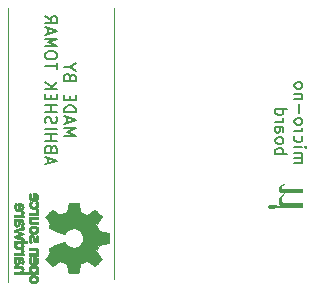
<source format=gbr>
%TF.GenerationSoftware,KiCad,Pcbnew,9.0.2*%
%TF.CreationDate,2025-07-07T19:43:33+05:30*%
%TF.ProjectId,Atmega328p_based,41746d65-6761-4333-9238-705f62617365,rev?*%
%TF.SameCoordinates,Original*%
%TF.FileFunction,Legend,Bot*%
%TF.FilePolarity,Positive*%
%FSLAX46Y46*%
G04 Gerber Fmt 4.6, Leading zero omitted, Abs format (unit mm)*
G04 Created by KiCad (PCBNEW 9.0.2) date 2025-07-07 19:43:33*
%MOMM*%
%LPD*%
G01*
G04 APERTURE LIST*
%ADD10C,0.200000*%
%ADD11C,0.100000*%
%ADD12C,0.000000*%
%ADD13C,0.010000*%
G04 APERTURE END LIST*
D10*
X158742724Y-88630326D02*
X159409391Y-88630326D01*
X159314153Y-88630326D02*
X159361772Y-88582707D01*
X159361772Y-88582707D02*
X159409391Y-88487469D01*
X159409391Y-88487469D02*
X159409391Y-88344612D01*
X159409391Y-88344612D02*
X159361772Y-88249374D01*
X159361772Y-88249374D02*
X159266534Y-88201755D01*
X159266534Y-88201755D02*
X158742724Y-88201755D01*
X159266534Y-88201755D02*
X159361772Y-88154136D01*
X159361772Y-88154136D02*
X159409391Y-88058898D01*
X159409391Y-88058898D02*
X159409391Y-87916041D01*
X159409391Y-87916041D02*
X159361772Y-87820802D01*
X159361772Y-87820802D02*
X159266534Y-87773183D01*
X159266534Y-87773183D02*
X158742724Y-87773183D01*
X158742724Y-87296993D02*
X159409391Y-87296993D01*
X159742724Y-87296993D02*
X159695105Y-87344612D01*
X159695105Y-87344612D02*
X159647486Y-87296993D01*
X159647486Y-87296993D02*
X159695105Y-87249374D01*
X159695105Y-87249374D02*
X159742724Y-87296993D01*
X159742724Y-87296993D02*
X159647486Y-87296993D01*
X158790344Y-86392232D02*
X158742724Y-86487470D01*
X158742724Y-86487470D02*
X158742724Y-86677946D01*
X158742724Y-86677946D02*
X158790344Y-86773184D01*
X158790344Y-86773184D02*
X158837963Y-86820803D01*
X158837963Y-86820803D02*
X158933201Y-86868422D01*
X158933201Y-86868422D02*
X159218915Y-86868422D01*
X159218915Y-86868422D02*
X159314153Y-86820803D01*
X159314153Y-86820803D02*
X159361772Y-86773184D01*
X159361772Y-86773184D02*
X159409391Y-86677946D01*
X159409391Y-86677946D02*
X159409391Y-86487470D01*
X159409391Y-86487470D02*
X159361772Y-86392232D01*
X158742724Y-85963660D02*
X159409391Y-85963660D01*
X159218915Y-85963660D02*
X159314153Y-85916041D01*
X159314153Y-85916041D02*
X159361772Y-85868422D01*
X159361772Y-85868422D02*
X159409391Y-85773184D01*
X159409391Y-85773184D02*
X159409391Y-85677946D01*
X158742724Y-85201755D02*
X158790344Y-85296993D01*
X158790344Y-85296993D02*
X158837963Y-85344612D01*
X158837963Y-85344612D02*
X158933201Y-85392231D01*
X158933201Y-85392231D02*
X159218915Y-85392231D01*
X159218915Y-85392231D02*
X159314153Y-85344612D01*
X159314153Y-85344612D02*
X159361772Y-85296993D01*
X159361772Y-85296993D02*
X159409391Y-85201755D01*
X159409391Y-85201755D02*
X159409391Y-85058898D01*
X159409391Y-85058898D02*
X159361772Y-84963660D01*
X159361772Y-84963660D02*
X159314153Y-84916041D01*
X159314153Y-84916041D02*
X159218915Y-84868422D01*
X159218915Y-84868422D02*
X158933201Y-84868422D01*
X158933201Y-84868422D02*
X158837963Y-84916041D01*
X158837963Y-84916041D02*
X158790344Y-84963660D01*
X158790344Y-84963660D02*
X158742724Y-85058898D01*
X158742724Y-85058898D02*
X158742724Y-85201755D01*
X159123677Y-84439850D02*
X159123677Y-83677946D01*
X159409391Y-83201755D02*
X158742724Y-83201755D01*
X159314153Y-83201755D02*
X159361772Y-83154136D01*
X159361772Y-83154136D02*
X159409391Y-83058898D01*
X159409391Y-83058898D02*
X159409391Y-82916041D01*
X159409391Y-82916041D02*
X159361772Y-82820803D01*
X159361772Y-82820803D02*
X159266534Y-82773184D01*
X159266534Y-82773184D02*
X158742724Y-82773184D01*
X158742724Y-82154136D02*
X158790344Y-82249374D01*
X158790344Y-82249374D02*
X158837963Y-82296993D01*
X158837963Y-82296993D02*
X158933201Y-82344612D01*
X158933201Y-82344612D02*
X159218915Y-82344612D01*
X159218915Y-82344612D02*
X159314153Y-82296993D01*
X159314153Y-82296993D02*
X159361772Y-82249374D01*
X159361772Y-82249374D02*
X159409391Y-82154136D01*
X159409391Y-82154136D02*
X159409391Y-82011279D01*
X159409391Y-82011279D02*
X159361772Y-81916041D01*
X159361772Y-81916041D02*
X159314153Y-81868422D01*
X159314153Y-81868422D02*
X159218915Y-81820803D01*
X159218915Y-81820803D02*
X158933201Y-81820803D01*
X158933201Y-81820803D02*
X158837963Y-81868422D01*
X158837963Y-81868422D02*
X158790344Y-81916041D01*
X158790344Y-81916041D02*
X158742724Y-82011279D01*
X158742724Y-82011279D02*
X158742724Y-82154136D01*
X157132780Y-87868421D02*
X158132780Y-87868421D01*
X157751828Y-87868421D02*
X157799447Y-87773183D01*
X157799447Y-87773183D02*
X157799447Y-87582707D01*
X157799447Y-87582707D02*
X157751828Y-87487469D01*
X157751828Y-87487469D02*
X157704209Y-87439850D01*
X157704209Y-87439850D02*
X157608971Y-87392231D01*
X157608971Y-87392231D02*
X157323257Y-87392231D01*
X157323257Y-87392231D02*
X157228019Y-87439850D01*
X157228019Y-87439850D02*
X157180400Y-87487469D01*
X157180400Y-87487469D02*
X157132780Y-87582707D01*
X157132780Y-87582707D02*
X157132780Y-87773183D01*
X157132780Y-87773183D02*
X157180400Y-87868421D01*
X157132780Y-86820802D02*
X157180400Y-86916040D01*
X157180400Y-86916040D02*
X157228019Y-86963659D01*
X157228019Y-86963659D02*
X157323257Y-87011278D01*
X157323257Y-87011278D02*
X157608971Y-87011278D01*
X157608971Y-87011278D02*
X157704209Y-86963659D01*
X157704209Y-86963659D02*
X157751828Y-86916040D01*
X157751828Y-86916040D02*
X157799447Y-86820802D01*
X157799447Y-86820802D02*
X157799447Y-86677945D01*
X157799447Y-86677945D02*
X157751828Y-86582707D01*
X157751828Y-86582707D02*
X157704209Y-86535088D01*
X157704209Y-86535088D02*
X157608971Y-86487469D01*
X157608971Y-86487469D02*
X157323257Y-86487469D01*
X157323257Y-86487469D02*
X157228019Y-86535088D01*
X157228019Y-86535088D02*
X157180400Y-86582707D01*
X157180400Y-86582707D02*
X157132780Y-86677945D01*
X157132780Y-86677945D02*
X157132780Y-86820802D01*
X157132780Y-85630326D02*
X157656590Y-85630326D01*
X157656590Y-85630326D02*
X157751828Y-85677945D01*
X157751828Y-85677945D02*
X157799447Y-85773183D01*
X157799447Y-85773183D02*
X157799447Y-85963659D01*
X157799447Y-85963659D02*
X157751828Y-86058897D01*
X157180400Y-85630326D02*
X157132780Y-85725564D01*
X157132780Y-85725564D02*
X157132780Y-85963659D01*
X157132780Y-85963659D02*
X157180400Y-86058897D01*
X157180400Y-86058897D02*
X157275638Y-86106516D01*
X157275638Y-86106516D02*
X157370876Y-86106516D01*
X157370876Y-86106516D02*
X157466114Y-86058897D01*
X157466114Y-86058897D02*
X157513733Y-85963659D01*
X157513733Y-85963659D02*
X157513733Y-85725564D01*
X157513733Y-85725564D02*
X157561352Y-85630326D01*
X157132780Y-85154135D02*
X157799447Y-85154135D01*
X157608971Y-85154135D02*
X157704209Y-85106516D01*
X157704209Y-85106516D02*
X157751828Y-85058897D01*
X157751828Y-85058897D02*
X157799447Y-84963659D01*
X157799447Y-84963659D02*
X157799447Y-84868421D01*
X157132780Y-84106516D02*
X158132780Y-84106516D01*
X157180400Y-84106516D02*
X157132780Y-84201754D01*
X157132780Y-84201754D02*
X157132780Y-84392230D01*
X157132780Y-84392230D02*
X157180400Y-84487468D01*
X157180400Y-84487468D02*
X157228019Y-84535087D01*
X157228019Y-84535087D02*
X157323257Y-84582706D01*
X157323257Y-84582706D02*
X157608971Y-84582706D01*
X157608971Y-84582706D02*
X157704209Y-84535087D01*
X157704209Y-84535087D02*
X157751828Y-84487468D01*
X157751828Y-84487468D02*
X157799447Y-84392230D01*
X157799447Y-84392230D02*
X157799447Y-84201754D01*
X157799447Y-84201754D02*
X157751828Y-84106516D01*
X139242724Y-86344611D02*
X140242724Y-86344611D01*
X140242724Y-86344611D02*
X139528439Y-86011278D01*
X139528439Y-86011278D02*
X140242724Y-85677945D01*
X140242724Y-85677945D02*
X139242724Y-85677945D01*
X139528439Y-85249373D02*
X139528439Y-84773183D01*
X139242724Y-85344611D02*
X140242724Y-85011278D01*
X140242724Y-85011278D02*
X139242724Y-84677945D01*
X139242724Y-84344611D02*
X140242724Y-84344611D01*
X140242724Y-84344611D02*
X140242724Y-84106516D01*
X140242724Y-84106516D02*
X140195105Y-83963659D01*
X140195105Y-83963659D02*
X140099867Y-83868421D01*
X140099867Y-83868421D02*
X140004629Y-83820802D01*
X140004629Y-83820802D02*
X139814153Y-83773183D01*
X139814153Y-83773183D02*
X139671296Y-83773183D01*
X139671296Y-83773183D02*
X139480820Y-83820802D01*
X139480820Y-83820802D02*
X139385582Y-83868421D01*
X139385582Y-83868421D02*
X139290344Y-83963659D01*
X139290344Y-83963659D02*
X139242724Y-84106516D01*
X139242724Y-84106516D02*
X139242724Y-84344611D01*
X139766534Y-83344611D02*
X139766534Y-83011278D01*
X139242724Y-82868421D02*
X139242724Y-83344611D01*
X139242724Y-83344611D02*
X140242724Y-83344611D01*
X140242724Y-83344611D02*
X140242724Y-82868421D01*
X139766534Y-81344611D02*
X139718915Y-81201754D01*
X139718915Y-81201754D02*
X139671296Y-81154135D01*
X139671296Y-81154135D02*
X139576058Y-81106516D01*
X139576058Y-81106516D02*
X139433201Y-81106516D01*
X139433201Y-81106516D02*
X139337963Y-81154135D01*
X139337963Y-81154135D02*
X139290344Y-81201754D01*
X139290344Y-81201754D02*
X139242724Y-81296992D01*
X139242724Y-81296992D02*
X139242724Y-81677944D01*
X139242724Y-81677944D02*
X140242724Y-81677944D01*
X140242724Y-81677944D02*
X140242724Y-81344611D01*
X140242724Y-81344611D02*
X140195105Y-81249373D01*
X140195105Y-81249373D02*
X140147486Y-81201754D01*
X140147486Y-81201754D02*
X140052248Y-81154135D01*
X140052248Y-81154135D02*
X139957010Y-81154135D01*
X139957010Y-81154135D02*
X139861772Y-81201754D01*
X139861772Y-81201754D02*
X139814153Y-81249373D01*
X139814153Y-81249373D02*
X139766534Y-81344611D01*
X139766534Y-81344611D02*
X139766534Y-81677944D01*
X139718915Y-80487468D02*
X139242724Y-80487468D01*
X140242724Y-80820801D02*
X139718915Y-80487468D01*
X139718915Y-80487468D02*
X140242724Y-80154135D01*
X137918495Y-88677945D02*
X137918495Y-88201755D01*
X137632780Y-88773183D02*
X138632780Y-88439850D01*
X138632780Y-88439850D02*
X137632780Y-88106517D01*
X138156590Y-87439850D02*
X138108971Y-87296993D01*
X138108971Y-87296993D02*
X138061352Y-87249374D01*
X138061352Y-87249374D02*
X137966114Y-87201755D01*
X137966114Y-87201755D02*
X137823257Y-87201755D01*
X137823257Y-87201755D02*
X137728019Y-87249374D01*
X137728019Y-87249374D02*
X137680400Y-87296993D01*
X137680400Y-87296993D02*
X137632780Y-87392231D01*
X137632780Y-87392231D02*
X137632780Y-87773183D01*
X137632780Y-87773183D02*
X138632780Y-87773183D01*
X138632780Y-87773183D02*
X138632780Y-87439850D01*
X138632780Y-87439850D02*
X138585161Y-87344612D01*
X138585161Y-87344612D02*
X138537542Y-87296993D01*
X138537542Y-87296993D02*
X138442304Y-87249374D01*
X138442304Y-87249374D02*
X138347066Y-87249374D01*
X138347066Y-87249374D02*
X138251828Y-87296993D01*
X138251828Y-87296993D02*
X138204209Y-87344612D01*
X138204209Y-87344612D02*
X138156590Y-87439850D01*
X138156590Y-87439850D02*
X138156590Y-87773183D01*
X137632780Y-86773183D02*
X138632780Y-86773183D01*
X138156590Y-86773183D02*
X138156590Y-86201755D01*
X137632780Y-86201755D02*
X138632780Y-86201755D01*
X137632780Y-85725564D02*
X138632780Y-85725564D01*
X137680400Y-85296993D02*
X137632780Y-85154136D01*
X137632780Y-85154136D02*
X137632780Y-84916041D01*
X137632780Y-84916041D02*
X137680400Y-84820803D01*
X137680400Y-84820803D02*
X137728019Y-84773184D01*
X137728019Y-84773184D02*
X137823257Y-84725565D01*
X137823257Y-84725565D02*
X137918495Y-84725565D01*
X137918495Y-84725565D02*
X138013733Y-84773184D01*
X138013733Y-84773184D02*
X138061352Y-84820803D01*
X138061352Y-84820803D02*
X138108971Y-84916041D01*
X138108971Y-84916041D02*
X138156590Y-85106517D01*
X138156590Y-85106517D02*
X138204209Y-85201755D01*
X138204209Y-85201755D02*
X138251828Y-85249374D01*
X138251828Y-85249374D02*
X138347066Y-85296993D01*
X138347066Y-85296993D02*
X138442304Y-85296993D01*
X138442304Y-85296993D02*
X138537542Y-85249374D01*
X138537542Y-85249374D02*
X138585161Y-85201755D01*
X138585161Y-85201755D02*
X138632780Y-85106517D01*
X138632780Y-85106517D02*
X138632780Y-84868422D01*
X138632780Y-84868422D02*
X138585161Y-84725565D01*
X137632780Y-84296993D02*
X138632780Y-84296993D01*
X138156590Y-84296993D02*
X138156590Y-83725565D01*
X137632780Y-83725565D02*
X138632780Y-83725565D01*
X138156590Y-83249374D02*
X138156590Y-82916041D01*
X137632780Y-82773184D02*
X137632780Y-83249374D01*
X137632780Y-83249374D02*
X138632780Y-83249374D01*
X138632780Y-83249374D02*
X138632780Y-82773184D01*
X137632780Y-82344612D02*
X138632780Y-82344612D01*
X137632780Y-81773184D02*
X138204209Y-82201755D01*
X138632780Y-81773184D02*
X138061352Y-82344612D01*
X138632780Y-80725564D02*
X138632780Y-80154136D01*
X137632780Y-80439850D02*
X138632780Y-80439850D01*
X138632780Y-79630326D02*
X138632780Y-79439850D01*
X138632780Y-79439850D02*
X138585161Y-79344612D01*
X138585161Y-79344612D02*
X138489923Y-79249374D01*
X138489923Y-79249374D02*
X138299447Y-79201755D01*
X138299447Y-79201755D02*
X137966114Y-79201755D01*
X137966114Y-79201755D02*
X137775638Y-79249374D01*
X137775638Y-79249374D02*
X137680400Y-79344612D01*
X137680400Y-79344612D02*
X137632780Y-79439850D01*
X137632780Y-79439850D02*
X137632780Y-79630326D01*
X137632780Y-79630326D02*
X137680400Y-79725564D01*
X137680400Y-79725564D02*
X137775638Y-79820802D01*
X137775638Y-79820802D02*
X137966114Y-79868421D01*
X137966114Y-79868421D02*
X138299447Y-79868421D01*
X138299447Y-79868421D02*
X138489923Y-79820802D01*
X138489923Y-79820802D02*
X138585161Y-79725564D01*
X138585161Y-79725564D02*
X138632780Y-79630326D01*
X137632780Y-78773183D02*
X138632780Y-78773183D01*
X138632780Y-78773183D02*
X137918495Y-78439850D01*
X137918495Y-78439850D02*
X138632780Y-78106517D01*
X138632780Y-78106517D02*
X137632780Y-78106517D01*
X137918495Y-77677945D02*
X137918495Y-77201755D01*
X137632780Y-77773183D02*
X138632780Y-77439850D01*
X138632780Y-77439850D02*
X137632780Y-77106517D01*
X137632780Y-76201755D02*
X138108971Y-76535088D01*
X137632780Y-76773183D02*
X138632780Y-76773183D01*
X138632780Y-76773183D02*
X138632780Y-76392231D01*
X138632780Y-76392231D02*
X138585161Y-76296993D01*
X138585161Y-76296993D02*
X138537542Y-76249374D01*
X138537542Y-76249374D02*
X138442304Y-76201755D01*
X138442304Y-76201755D02*
X138299447Y-76201755D01*
X138299447Y-76201755D02*
X138204209Y-76249374D01*
X138204209Y-76249374D02*
X138156590Y-76296993D01*
X138156590Y-76296993D02*
X138108971Y-76392231D01*
X138108971Y-76392231D02*
X138108971Y-76773183D01*
D11*
X143500000Y-75500000D02*
X143500000Y-98500000D01*
X134500000Y-75500000D02*
X134500000Y-98750000D01*
D12*
%TO.C,G\u002A\u002A\u002A*%
G36*
X157920769Y-90439666D02*
G01*
X157925341Y-90454319D01*
X157925956Y-90477956D01*
X157925956Y-90478004D01*
X157924925Y-90505190D01*
X157917955Y-90520728D01*
X157899231Y-90530310D01*
X157862936Y-90539628D01*
X157849096Y-90543053D01*
X157772406Y-90569140D01*
X157712996Y-90602252D01*
X157672205Y-90640735D01*
X157651372Y-90682934D01*
X157651836Y-90727196D01*
X157674936Y-90771867D01*
X157682395Y-90781549D01*
X157692146Y-90793973D01*
X157702204Y-90804672D01*
X157714263Y-90813783D01*
X157730015Y-90821442D01*
X157751152Y-90827785D01*
X157779369Y-90832948D01*
X157816357Y-90837067D01*
X157863810Y-90840279D01*
X157923420Y-90842720D01*
X157996880Y-90844525D01*
X158085882Y-90845832D01*
X158192121Y-90846776D01*
X158317288Y-90847493D01*
X158463076Y-90848120D01*
X158631178Y-90848793D01*
X159486447Y-90852317D01*
X159486447Y-91031850D01*
X159486447Y-91211384D01*
X158735422Y-91211384D01*
X158577662Y-91211543D01*
X158420396Y-91212106D01*
X158285834Y-91213072D01*
X158174192Y-91214436D01*
X158085688Y-91216196D01*
X158020538Y-91218348D01*
X157978959Y-91220889D01*
X157961168Y-91223815D01*
X157946983Y-91233620D01*
X157914616Y-91264380D01*
X157875927Y-91308278D01*
X157834645Y-91360502D01*
X157794498Y-91416240D01*
X157759213Y-91470679D01*
X157732519Y-91519005D01*
X157713518Y-91561895D01*
X157684498Y-91657706D01*
X157676159Y-91747086D01*
X157688117Y-91828326D01*
X157719987Y-91899716D01*
X157771387Y-91959546D01*
X157841931Y-92006106D01*
X157853810Y-92011700D01*
X157880128Y-92022217D01*
X157910012Y-92031242D01*
X157945319Y-92038886D01*
X157987908Y-92045257D01*
X158039638Y-92050467D01*
X158102366Y-92054625D01*
X158177951Y-92057842D01*
X158268251Y-92060227D01*
X158375124Y-92061891D01*
X158500428Y-92062943D01*
X158646021Y-92063493D01*
X158813762Y-92063652D01*
X159486447Y-92063652D01*
X159486447Y-92243709D01*
X159486447Y-92423766D01*
X158534232Y-92423766D01*
X158458182Y-92423796D01*
X158285721Y-92424101D01*
X158124741Y-92424720D01*
X157976809Y-92425634D01*
X157843490Y-92426827D01*
X157726350Y-92428278D01*
X157626955Y-92429971D01*
X157546869Y-92431887D01*
X157487659Y-92434008D01*
X157450890Y-92436316D01*
X157431808Y-92438391D01*
X157365645Y-92447867D01*
X157287432Y-92461539D01*
X157205381Y-92477904D01*
X157127704Y-92495459D01*
X157024904Y-92520012D01*
X156938094Y-92539624D01*
X156868243Y-92553701D01*
X156812194Y-92562650D01*
X156766794Y-92566876D01*
X156728886Y-92566785D01*
X156695317Y-92562785D01*
X156662931Y-92555279D01*
X156658537Y-92553991D01*
X156604755Y-92528064D01*
X156557593Y-92488472D01*
X156525740Y-92442367D01*
X156520070Y-92427083D01*
X156513553Y-92372217D01*
X156522932Y-92313697D01*
X156547062Y-92261264D01*
X156554636Y-92251298D01*
X156591712Y-92217066D01*
X156639124Y-92187680D01*
X156673239Y-92172139D01*
X156704992Y-92162923D01*
X156740263Y-92160482D01*
X156789171Y-92163159D01*
X156815325Y-92165983D01*
X156869092Y-92173751D01*
X156936104Y-92184942D01*
X157010319Y-92198530D01*
X157085691Y-92213488D01*
X157196794Y-92234746D01*
X157328639Y-92254208D01*
X157445805Y-92264093D01*
X157595852Y-92271223D01*
X157534462Y-92215806D01*
X157500700Y-92182665D01*
X157460501Y-92129630D01*
X157434589Y-92070900D01*
X157420751Y-92000788D01*
X157416771Y-91913605D01*
X157417304Y-91874175D01*
X157421136Y-91814378D01*
X157429726Y-91764514D01*
X157444333Y-91715543D01*
X157463446Y-91667187D01*
X157520327Y-91560935D01*
X157599248Y-91450886D01*
X157700849Y-91336092D01*
X157819612Y-91212789D01*
X157773753Y-91205235D01*
X157726176Y-91196259D01*
X157627339Y-91167772D01*
X157548194Y-91128586D01*
X157487015Y-91077707D01*
X157442078Y-91014140D01*
X157426508Y-90973916D01*
X157415158Y-90906637D01*
X157414986Y-90832119D01*
X157425853Y-90758360D01*
X157447621Y-90693356D01*
X157465545Y-90659164D01*
X157521419Y-90585311D01*
X157594475Y-90526368D01*
X157685782Y-90481590D01*
X157796409Y-90450232D01*
X157842387Y-90440863D01*
X157883384Y-90433814D01*
X157908147Y-90433124D01*
X157920769Y-90439666D01*
G37*
D13*
%TO.C,REF\u002A\u002A*%
X137022605Y-92514128D02*
X137044794Y-92551135D01*
X137062355Y-92608612D01*
X137071062Y-92670972D01*
X137067784Y-92723684D01*
X137054995Y-92764650D01*
X137033739Y-92815099D01*
X137022316Y-92839526D01*
X137020251Y-92857155D01*
X137036084Y-92861053D01*
X137036532Y-92861057D01*
X137051649Y-92869312D01*
X137059397Y-92897781D01*
X137061579Y-92952961D01*
X137061579Y-93044869D01*
X136259474Y-93044869D01*
X136259474Y-92861053D01*
X136812517Y-92861053D01*
X136854866Y-92815358D01*
X136866902Y-92801082D01*
X136887466Y-92758558D01*
X136888290Y-92706192D01*
X136870144Y-92634889D01*
X136868995Y-92610852D01*
X136886598Y-92582656D01*
X136928438Y-92545126D01*
X136951581Y-92526921D01*
X136984258Y-92505391D01*
X137005058Y-92502073D01*
X137022605Y-92514128D01*
G36*
X137022605Y-92514128D02*
G01*
X137044794Y-92551135D01*
X137062355Y-92608612D01*
X137071062Y-92670972D01*
X137067784Y-92723684D01*
X137054995Y-92764650D01*
X137033739Y-92815099D01*
X137022316Y-92839526D01*
X137020251Y-92857155D01*
X137036084Y-92861053D01*
X137036532Y-92861057D01*
X137051649Y-92869312D01*
X137059397Y-92897781D01*
X137061579Y-92952961D01*
X137061579Y-93044869D01*
X136259474Y-93044869D01*
X136259474Y-92861053D01*
X136812517Y-92861053D01*
X136854866Y-92815358D01*
X136866902Y-92801082D01*
X136887466Y-92758558D01*
X136888290Y-92706192D01*
X136870144Y-92634889D01*
X136868995Y-92610852D01*
X136886598Y-92582656D01*
X136928438Y-92545126D01*
X136951581Y-92526921D01*
X136984258Y-92505391D01*
X137005058Y-92502073D01*
X137022605Y-92514128D01*
G37*
X135777136Y-92726020D02*
X135795888Y-92762592D01*
X135808553Y-92826833D01*
X135808967Y-92899240D01*
X135797284Y-92967063D01*
X135773656Y-93017550D01*
X135739022Y-93061579D01*
X135773656Y-93061579D01*
X135786806Y-93062676D01*
X135800748Y-93072885D01*
X135806906Y-93100493D01*
X135808290Y-93153487D01*
X135808290Y-93245395D01*
X134989474Y-93245395D01*
X134989474Y-93061579D01*
X135256056Y-93061579D01*
X135271360Y-93061557D01*
X135378940Y-93059989D01*
X135466573Y-93056141D01*
X135529776Y-93050287D01*
X135564071Y-93042701D01*
X135577018Y-93035736D01*
X135617622Y-92992860D01*
X135635596Y-92934458D01*
X135627211Y-92870686D01*
X135621528Y-92855044D01*
X135611483Y-92821721D01*
X135614602Y-92798947D01*
X135635021Y-92776031D01*
X135676873Y-92742283D01*
X135745983Y-92687547D01*
X135777136Y-92726020D01*
G36*
X135777136Y-92726020D02*
G01*
X135795888Y-92762592D01*
X135808553Y-92826833D01*
X135808967Y-92899240D01*
X135797284Y-92967063D01*
X135773656Y-93017550D01*
X135739022Y-93061579D01*
X135773656Y-93061579D01*
X135786806Y-93062676D01*
X135800748Y-93072885D01*
X135806906Y-93100493D01*
X135808290Y-93153487D01*
X135808290Y-93245395D01*
X134989474Y-93245395D01*
X134989474Y-93061579D01*
X135256056Y-93061579D01*
X135271360Y-93061557D01*
X135378940Y-93059989D01*
X135466573Y-93056141D01*
X135529776Y-93050287D01*
X135564071Y-93042701D01*
X135577018Y-93035736D01*
X135617622Y-92992860D01*
X135635596Y-92934458D01*
X135627211Y-92870686D01*
X135621528Y-92855044D01*
X135611483Y-92821721D01*
X135614602Y-92798947D01*
X135635021Y-92776031D01*
X135676873Y-92742283D01*
X135745983Y-92687547D01*
X135777136Y-92726020D01*
G37*
X135762568Y-95920354D02*
X135784102Y-95950998D01*
X135799214Y-95999363D01*
X135806886Y-96058566D01*
X135806096Y-96121728D01*
X135795825Y-96181967D01*
X135775052Y-96232402D01*
X135765352Y-96248388D01*
X135751155Y-96275302D01*
X135754406Y-96285264D01*
X135775114Y-96286711D01*
X135782549Y-96287050D01*
X135799018Y-96295112D01*
X135806514Y-96320119D01*
X135808290Y-96370264D01*
X135808290Y-96453816D01*
X134989474Y-96453816D01*
X134989474Y-96286711D01*
X135247399Y-96286711D01*
X135307395Y-96286526D01*
X135406763Y-96284626D01*
X135480327Y-96279816D01*
X135533173Y-96271052D01*
X135570386Y-96257290D01*
X135597051Y-96237487D01*
X135618254Y-96210600D01*
X135634053Y-96181248D01*
X135638533Y-96146491D01*
X135628571Y-96097058D01*
X135624424Y-96081173D01*
X135618182Y-96041520D01*
X135627125Y-96013167D01*
X135654805Y-95980306D01*
X135660825Y-95974070D01*
X135698063Y-95939594D01*
X135728340Y-95917361D01*
X135735634Y-95914311D01*
X135762568Y-95920354D01*
G36*
X135762568Y-95920354D02*
G01*
X135784102Y-95950998D01*
X135799214Y-95999363D01*
X135806886Y-96058566D01*
X135806096Y-96121728D01*
X135795825Y-96181967D01*
X135775052Y-96232402D01*
X135765352Y-96248388D01*
X135751155Y-96275302D01*
X135754406Y-96285264D01*
X135775114Y-96286711D01*
X135782549Y-96287050D01*
X135799018Y-96295112D01*
X135806514Y-96320119D01*
X135808290Y-96370264D01*
X135808290Y-96453816D01*
X134989474Y-96453816D01*
X134989474Y-96286711D01*
X135247399Y-96286711D01*
X135307395Y-96286526D01*
X135406763Y-96284626D01*
X135480327Y-96279816D01*
X135533173Y-96271052D01*
X135570386Y-96257290D01*
X135597051Y-96237487D01*
X135618254Y-96210600D01*
X135634053Y-96181248D01*
X135638533Y-96146491D01*
X135628571Y-96097058D01*
X135624424Y-96081173D01*
X135618182Y-96041520D01*
X135627125Y-96013167D01*
X135654805Y-95980306D01*
X135660825Y-95974070D01*
X135698063Y-95939594D01*
X135728340Y-95917361D01*
X135735634Y-95914311D01*
X135762568Y-95920354D01*
G37*
X137061579Y-93379079D02*
X136801467Y-93379079D01*
X136684450Y-93380489D01*
X136589942Y-93386007D01*
X136521249Y-93397185D01*
X136474522Y-93415572D01*
X136445911Y-93442717D01*
X136431568Y-93480168D01*
X136427642Y-93529474D01*
X136431146Y-93576552D01*
X136444861Y-93614574D01*
X136472645Y-93642210D01*
X136518349Y-93661009D01*
X136585821Y-93672519D01*
X136678911Y-93678290D01*
X136801467Y-93679869D01*
X137061579Y-93679869D01*
X137061579Y-93846974D01*
X136747996Y-93846974D01*
X136664295Y-93846688D01*
X136556057Y-93844459D01*
X136473511Y-93838869D01*
X136411932Y-93828561D01*
X136366595Y-93812183D01*
X136332774Y-93788379D01*
X136305743Y-93755796D01*
X136280779Y-93713079D01*
X136249175Y-93623377D01*
X136247113Y-93529761D01*
X136276217Y-93441496D01*
X136295083Y-93402986D01*
X136297903Y-93383880D01*
X136284572Y-93379079D01*
X136269604Y-93371109D01*
X136261719Y-93342578D01*
X136259474Y-93287172D01*
X136259474Y-93195264D01*
X137061579Y-93195264D01*
X137061579Y-93379079D01*
G36*
X137061579Y-93379079D02*
G01*
X136801467Y-93379079D01*
X136684450Y-93380489D01*
X136589942Y-93386007D01*
X136521249Y-93397185D01*
X136474522Y-93415572D01*
X136445911Y-93442717D01*
X136431568Y-93480168D01*
X136427642Y-93529474D01*
X136431146Y-93576552D01*
X136444861Y-93614574D01*
X136472645Y-93642210D01*
X136518349Y-93661009D01*
X136585821Y-93672519D01*
X136678911Y-93678290D01*
X136801467Y-93679869D01*
X137061579Y-93679869D01*
X137061579Y-93846974D01*
X136747996Y-93846974D01*
X136664295Y-93846688D01*
X136556057Y-93844459D01*
X136473511Y-93838869D01*
X136411932Y-93828561D01*
X136366595Y-93812183D01*
X136332774Y-93788379D01*
X136305743Y-93755796D01*
X136280779Y-93713079D01*
X136249175Y-93623377D01*
X136247113Y-93529761D01*
X136276217Y-93441496D01*
X136295083Y-93402986D01*
X136297903Y-93383880D01*
X136284572Y-93379079D01*
X136269604Y-93371109D01*
X136261719Y-93342578D01*
X136259474Y-93287172D01*
X136259474Y-93195264D01*
X137061579Y-93195264D01*
X137061579Y-93379079D01*
G37*
X136556086Y-95835894D02*
X136569298Y-95835919D01*
X136695465Y-95837513D01*
X136793472Y-95842408D01*
X136868085Y-95851864D01*
X136924069Y-95867139D01*
X136966191Y-95889490D01*
X136999216Y-95920175D01*
X137027910Y-95960454D01*
X137047774Y-96002043D01*
X137065822Y-96085800D01*
X137063160Y-96172937D01*
X137039227Y-96249112D01*
X137022960Y-96282699D01*
X137021280Y-96299592D01*
X137036084Y-96303422D01*
X137036532Y-96303425D01*
X137051649Y-96311680D01*
X137059397Y-96340149D01*
X137061579Y-96395329D01*
X137061579Y-96487237D01*
X136259474Y-96487237D01*
X136259474Y-96303422D01*
X136535957Y-96303422D01*
X136629320Y-96303296D01*
X136706012Y-96302436D01*
X136759678Y-96300137D01*
X136795788Y-96295690D01*
X136819809Y-96288390D01*
X136837209Y-96277530D01*
X136853457Y-96262405D01*
X136870739Y-96241801D01*
X136893958Y-96182555D01*
X136887143Y-96120366D01*
X136850419Y-96063398D01*
X136833327Y-96047115D01*
X136816029Y-96035426D01*
X136793010Y-96027586D01*
X136758729Y-96022827D01*
X136707647Y-96020379D01*
X136634223Y-96019473D01*
X136532919Y-96019343D01*
X136259474Y-96019343D01*
X136259474Y-95835527D01*
X136556086Y-95835894D01*
G36*
X136556086Y-95835894D02*
G01*
X136569298Y-95835919D01*
X136695465Y-95837513D01*
X136793472Y-95842408D01*
X136868085Y-95851864D01*
X136924069Y-95867139D01*
X136966191Y-95889490D01*
X136999216Y-95920175D01*
X137027910Y-95960454D01*
X137047774Y-96002043D01*
X137065822Y-96085800D01*
X137063160Y-96172937D01*
X137039227Y-96249112D01*
X137022960Y-96282699D01*
X137021280Y-96299592D01*
X137036084Y-96303422D01*
X137036532Y-96303425D01*
X137051649Y-96311680D01*
X137059397Y-96340149D01*
X137061579Y-96395329D01*
X137061579Y-96487237D01*
X136259474Y-96487237D01*
X136259474Y-96303422D01*
X136535957Y-96303422D01*
X136629320Y-96303296D01*
X136706012Y-96302436D01*
X136759678Y-96300137D01*
X136795788Y-96295690D01*
X136819809Y-96288390D01*
X136837209Y-96277530D01*
X136853457Y-96262405D01*
X136870739Y-96241801D01*
X136893958Y-96182555D01*
X136887143Y-96120366D01*
X136850419Y-96063398D01*
X136833327Y-96047115D01*
X136816029Y-96035426D01*
X136793010Y-96027586D01*
X136758729Y-96022827D01*
X136707647Y-96020379D01*
X136634223Y-96019473D01*
X136532919Y-96019343D01*
X136259474Y-96019343D01*
X136259474Y-95835527D01*
X136556086Y-95835894D01*
G37*
X136437113Y-91910664D02*
X136470470Y-91945144D01*
X136489042Y-91976332D01*
X136484953Y-92005250D01*
X136460000Y-92042237D01*
X136450232Y-92056985D01*
X136430238Y-92119291D01*
X136430251Y-92190903D01*
X136450857Y-92257950D01*
X136467405Y-92283196D01*
X136516270Y-92320228D01*
X136588042Y-92338792D01*
X136685864Y-92339987D01*
X136685919Y-92339983D01*
X136773438Y-92326171D01*
X136834119Y-92295744D01*
X136871655Y-92245676D01*
X136889739Y-92172941D01*
X136892171Y-92127137D01*
X136882211Y-92087116D01*
X136853358Y-92046070D01*
X136808664Y-91992954D01*
X136862721Y-91925688D01*
X136883430Y-91901113D01*
X136913101Y-91870416D01*
X136930587Y-91858422D01*
X136938467Y-91862669D01*
X136962660Y-91887135D01*
X136993429Y-91926110D01*
X137013451Y-91956605D01*
X137054581Y-92053424D01*
X137068943Y-92154457D01*
X137057753Y-92253610D01*
X137022229Y-92344791D01*
X136963587Y-92421907D01*
X136883044Y-92478864D01*
X136874831Y-92482710D01*
X136794733Y-92507130D01*
X136699052Y-92519330D01*
X136599431Y-92519234D01*
X136507512Y-92506764D01*
X136434934Y-92481843D01*
X136384350Y-92451073D01*
X136312690Y-92383344D01*
X136267138Y-92298657D01*
X136248718Y-92226202D01*
X136246707Y-92115875D01*
X136274487Y-92010302D01*
X136330858Y-91916682D01*
X136380804Y-91856088D01*
X136437113Y-91910664D01*
G36*
X136437113Y-91910664D02*
G01*
X136470470Y-91945144D01*
X136489042Y-91976332D01*
X136484953Y-92005250D01*
X136460000Y-92042237D01*
X136450232Y-92056985D01*
X136430238Y-92119291D01*
X136430251Y-92190903D01*
X136450857Y-92257950D01*
X136467405Y-92283196D01*
X136516270Y-92320228D01*
X136588042Y-92338792D01*
X136685864Y-92339987D01*
X136685919Y-92339983D01*
X136773438Y-92326171D01*
X136834119Y-92295744D01*
X136871655Y-92245676D01*
X136889739Y-92172941D01*
X136892171Y-92127137D01*
X136882211Y-92087116D01*
X136853358Y-92046070D01*
X136808664Y-91992954D01*
X136862721Y-91925688D01*
X136883430Y-91901113D01*
X136913101Y-91870416D01*
X136930587Y-91858422D01*
X136938467Y-91862669D01*
X136962660Y-91887135D01*
X136993429Y-91926110D01*
X137013451Y-91956605D01*
X137054581Y-92053424D01*
X137068943Y-92154457D01*
X137057753Y-92253610D01*
X137022229Y-92344791D01*
X136963587Y-92421907D01*
X136883044Y-92478864D01*
X136874831Y-92482710D01*
X136794733Y-92507130D01*
X136699052Y-92519330D01*
X136599431Y-92519234D01*
X136507512Y-92506764D01*
X136434934Y-92481843D01*
X136384350Y-92451073D01*
X136312690Y-92383344D01*
X136267138Y-92298657D01*
X136248718Y-92226202D01*
X136246707Y-92115875D01*
X136274487Y-92010302D01*
X136330858Y-91916682D01*
X136380804Y-91856088D01*
X136437113Y-91910664D01*
G37*
X136747281Y-93984478D02*
X136821695Y-93993145D01*
X136873894Y-94006522D01*
X136932994Y-94037679D01*
X137005660Y-94103808D01*
X137051690Y-94188331D01*
X137069910Y-94288734D01*
X137059142Y-94402505D01*
X137054555Y-94421435D01*
X137015000Y-94509595D01*
X136950059Y-94576028D01*
X136859729Y-94620735D01*
X136744006Y-94643718D01*
X136669337Y-94644387D01*
X136602884Y-94644982D01*
X136549999Y-94640320D01*
X136449035Y-94619714D01*
X136371993Y-94582857D01*
X136313799Y-94526761D01*
X136269383Y-94448434D01*
X136258812Y-94418023D01*
X136246452Y-94344213D01*
X136428349Y-94344213D01*
X136437763Y-94394596D01*
X136451264Y-94414260D01*
X136498477Y-94441862D01*
X136572370Y-94459230D01*
X136669337Y-94465264D01*
X136697250Y-94465167D01*
X136753810Y-94463071D01*
X136790706Y-94456100D01*
X136817969Y-94441475D01*
X136845628Y-94416418D01*
X136879151Y-94368736D01*
X136892857Y-94306663D01*
X136879803Y-94246689D01*
X136842049Y-94196891D01*
X136781651Y-94165345D01*
X136729498Y-94154358D01*
X136642839Y-94149442D01*
X136561986Y-94159507D01*
X136495549Y-94183151D01*
X136452138Y-94218973D01*
X136444684Y-94232551D01*
X136431136Y-94284327D01*
X136428349Y-94344213D01*
X136246452Y-94344213D01*
X136245623Y-94339263D01*
X136245982Y-94256384D01*
X136260469Y-94186450D01*
X136260995Y-94185076D01*
X136294148Y-94128718D01*
X136345470Y-94071780D01*
X136404160Y-94024535D01*
X136459416Y-93997255D01*
X136499807Y-93989169D01*
X136575431Y-93982246D01*
X136661558Y-93980763D01*
X136747281Y-93984478D01*
G36*
X136747281Y-93984478D02*
G01*
X136821695Y-93993145D01*
X136873894Y-94006522D01*
X136932994Y-94037679D01*
X137005660Y-94103808D01*
X137051690Y-94188331D01*
X137069910Y-94288734D01*
X137059142Y-94402505D01*
X137054555Y-94421435D01*
X137015000Y-94509595D01*
X136950059Y-94576028D01*
X136859729Y-94620735D01*
X136744006Y-94643718D01*
X136669337Y-94644387D01*
X136602884Y-94644982D01*
X136549999Y-94640320D01*
X136449035Y-94619714D01*
X136371993Y-94582857D01*
X136313799Y-94526761D01*
X136269383Y-94448434D01*
X136258812Y-94418023D01*
X136246452Y-94344213D01*
X136428349Y-94344213D01*
X136437763Y-94394596D01*
X136451264Y-94414260D01*
X136498477Y-94441862D01*
X136572370Y-94459230D01*
X136669337Y-94465264D01*
X136697250Y-94465167D01*
X136753810Y-94463071D01*
X136790706Y-94456100D01*
X136817969Y-94441475D01*
X136845628Y-94416418D01*
X136879151Y-94368736D01*
X136892857Y-94306663D01*
X136879803Y-94246689D01*
X136842049Y-94196891D01*
X136781651Y-94165345D01*
X136729498Y-94154358D01*
X136642839Y-94149442D01*
X136561986Y-94159507D01*
X136495549Y-94183151D01*
X136452138Y-94218973D01*
X136444684Y-94232551D01*
X136431136Y-94284327D01*
X136428349Y-94344213D01*
X136246452Y-94344213D01*
X136245623Y-94339263D01*
X136245982Y-94256384D01*
X136260469Y-94186450D01*
X136260995Y-94185076D01*
X136294148Y-94128718D01*
X136345470Y-94071780D01*
X136404160Y-94024535D01*
X136459416Y-93997255D01*
X136499807Y-93989169D01*
X136575431Y-93982246D01*
X136661558Y-93980763D01*
X136747281Y-93984478D01*
G37*
X135808290Y-94240656D02*
X135637007Y-94286720D01*
X135591749Y-94298965D01*
X135507375Y-94322125D01*
X135430616Y-94343572D01*
X135373816Y-94359876D01*
X135281908Y-94386969D01*
X135540921Y-94473374D01*
X135799934Y-94559780D01*
X135804896Y-94625870D01*
X135809857Y-94691959D01*
X135545893Y-94778063D01*
X135478490Y-94800655D01*
X135403873Y-94827379D01*
X135347346Y-94849696D01*
X135313514Y-94865759D01*
X135306984Y-94873724D01*
X135312663Y-94875646D01*
X135347493Y-94886049D01*
X135405665Y-94902619D01*
X135480667Y-94923516D01*
X135565987Y-94946900D01*
X135799934Y-95010518D01*
X135805010Y-95107655D01*
X135805416Y-95115854D01*
X135805954Y-95168235D01*
X135800577Y-95193406D01*
X135788299Y-95196612D01*
X135776308Y-95192562D01*
X135735266Y-95179241D01*
X135670264Y-95158384D01*
X135585952Y-95131479D01*
X135486978Y-95100012D01*
X135377994Y-95065469D01*
X134989474Y-94942505D01*
X134989474Y-94788689D01*
X135235954Y-94716213D01*
X135281215Y-94702830D01*
X135363498Y-94678096D01*
X135432060Y-94656962D01*
X135480775Y-94641329D01*
X135503517Y-94633102D01*
X135505213Y-94630758D01*
X135490544Y-94619351D01*
X135451752Y-94603065D01*
X135394898Y-94584606D01*
X135391559Y-94583631D01*
X135307653Y-94558917D01*
X135212649Y-94530641D01*
X135126472Y-94504730D01*
X134987747Y-94462714D01*
X134997829Y-94307750D01*
X135223421Y-94235987D01*
X135322546Y-94204480D01*
X135433719Y-94169187D01*
X135540296Y-94135393D01*
X135628651Y-94107418D01*
X135808290Y-94050613D01*
X135808290Y-94240656D01*
G36*
X135808290Y-94240656D02*
G01*
X135637007Y-94286720D01*
X135591749Y-94298965D01*
X135507375Y-94322125D01*
X135430616Y-94343572D01*
X135373816Y-94359876D01*
X135281908Y-94386969D01*
X135540921Y-94473374D01*
X135799934Y-94559780D01*
X135804896Y-94625870D01*
X135809857Y-94691959D01*
X135545893Y-94778063D01*
X135478490Y-94800655D01*
X135403873Y-94827379D01*
X135347346Y-94849696D01*
X135313514Y-94865759D01*
X135306984Y-94873724D01*
X135312663Y-94875646D01*
X135347493Y-94886049D01*
X135405665Y-94902619D01*
X135480667Y-94923516D01*
X135565987Y-94946900D01*
X135799934Y-95010518D01*
X135805010Y-95107655D01*
X135805416Y-95115854D01*
X135805954Y-95168235D01*
X135800577Y-95193406D01*
X135788299Y-95196612D01*
X135776308Y-95192562D01*
X135735266Y-95179241D01*
X135670264Y-95158384D01*
X135585952Y-95131479D01*
X135486978Y-95100012D01*
X135377994Y-95065469D01*
X134989474Y-94942505D01*
X134989474Y-94788689D01*
X135235954Y-94716213D01*
X135281215Y-94702830D01*
X135363498Y-94678096D01*
X135432060Y-94656962D01*
X135480775Y-94641329D01*
X135503517Y-94633102D01*
X135505213Y-94630758D01*
X135490544Y-94619351D01*
X135451752Y-94603065D01*
X135394898Y-94584606D01*
X135391559Y-94583631D01*
X135307653Y-94558917D01*
X135212649Y-94530641D01*
X135126472Y-94504730D01*
X134987747Y-94462714D01*
X134997829Y-94307750D01*
X135223421Y-94235987D01*
X135322546Y-94204480D01*
X135433719Y-94169187D01*
X135540296Y-94135393D01*
X135628651Y-94107418D01*
X135808290Y-94050613D01*
X135808290Y-94240656D01*
G37*
X136724376Y-98147723D02*
X136742582Y-98149482D01*
X136859188Y-98174024D01*
X136949710Y-98219430D01*
X137014246Y-98285795D01*
X137052896Y-98373216D01*
X137065757Y-98481791D01*
X137064550Y-98522811D01*
X137049780Y-98606934D01*
X137014526Y-98675722D01*
X136954172Y-98739854D01*
X136942058Y-98750110D01*
X136901263Y-98777774D01*
X136855070Y-98795955D01*
X136796532Y-98806036D01*
X136718701Y-98809401D01*
X136662090Y-98808329D01*
X136614632Y-98807431D01*
X136562299Y-98805273D01*
X136498481Y-98800376D01*
X136453248Y-98792033D01*
X136417407Y-98778256D01*
X136381764Y-98757057D01*
X136380413Y-98756154D01*
X136322665Y-98703953D01*
X136278620Y-98640083D01*
X136252483Y-98565813D01*
X136243997Y-98468110D01*
X136245656Y-98458592D01*
X136426290Y-98458592D01*
X136430984Y-98524106D01*
X136466104Y-98586719D01*
X136482878Y-98604381D01*
X136511593Y-98623239D01*
X136551954Y-98633696D01*
X136614846Y-98639624D01*
X136662090Y-98641257D01*
X136758572Y-98632311D01*
X136827648Y-98604860D01*
X136869699Y-98558781D01*
X136889835Y-98504766D01*
X136888140Y-98440349D01*
X136854145Y-98380637D01*
X136841203Y-98366361D01*
X136818560Y-98348347D01*
X136788936Y-98337659D01*
X136743518Y-98331729D01*
X136673494Y-98327988D01*
X136624476Y-98326249D01*
X136571250Y-98326588D01*
X136535716Y-98332231D01*
X136508411Y-98345089D01*
X136479876Y-98367072D01*
X136451560Y-98397579D01*
X136426290Y-98458592D01*
X136245656Y-98458592D01*
X136260684Y-98372350D01*
X136300894Y-98286755D01*
X136362978Y-98219545D01*
X136392312Y-98200250D01*
X136483504Y-98164216D01*
X136596016Y-98146344D01*
X136724376Y-98147723D01*
G36*
X136724376Y-98147723D02*
G01*
X136742582Y-98149482D01*
X136859188Y-98174024D01*
X136949710Y-98219430D01*
X137014246Y-98285795D01*
X137052896Y-98373216D01*
X137065757Y-98481791D01*
X137064550Y-98522811D01*
X137049780Y-98606934D01*
X137014526Y-98675722D01*
X136954172Y-98739854D01*
X136942058Y-98750110D01*
X136901263Y-98777774D01*
X136855070Y-98795955D01*
X136796532Y-98806036D01*
X136718701Y-98809401D01*
X136662090Y-98808329D01*
X136614632Y-98807431D01*
X136562299Y-98805273D01*
X136498481Y-98800376D01*
X136453248Y-98792033D01*
X136417407Y-98778256D01*
X136381764Y-98757057D01*
X136380413Y-98756154D01*
X136322665Y-98703953D01*
X136278620Y-98640083D01*
X136252483Y-98565813D01*
X136243997Y-98468110D01*
X136245656Y-98458592D01*
X136426290Y-98458592D01*
X136430984Y-98524106D01*
X136466104Y-98586719D01*
X136482878Y-98604381D01*
X136511593Y-98623239D01*
X136551954Y-98633696D01*
X136614846Y-98639624D01*
X136662090Y-98641257D01*
X136758572Y-98632311D01*
X136827648Y-98604860D01*
X136869699Y-98558781D01*
X136889835Y-98504766D01*
X136888140Y-98440349D01*
X136854145Y-98380637D01*
X136841203Y-98366361D01*
X136818560Y-98348347D01*
X136788936Y-98337659D01*
X136743518Y-98331729D01*
X136673494Y-98327988D01*
X136624476Y-98326249D01*
X136571250Y-98326588D01*
X136535716Y-98332231D01*
X136508411Y-98345089D01*
X136479876Y-98367072D01*
X136451560Y-98397579D01*
X136426290Y-98458592D01*
X136245656Y-98458592D01*
X136260684Y-98372350D01*
X136300894Y-98286755D01*
X136362978Y-98219545D01*
X136392312Y-98200250D01*
X136483504Y-98164216D01*
X136596016Y-98146344D01*
X136724376Y-98147723D01*
G37*
X136125790Y-95451185D02*
X135736268Y-95451185D01*
X135767080Y-95485232D01*
X135786231Y-95518014D01*
X135802240Y-95580059D01*
X135807398Y-95652589D01*
X135801065Y-95723419D01*
X135782600Y-95780368D01*
X135756334Y-95821128D01*
X135711588Y-95863113D01*
X135651412Y-95891370D01*
X135570012Y-95908355D01*
X135461595Y-95916528D01*
X135417770Y-95917729D01*
X135390374Y-95917816D01*
X135336341Y-95917986D01*
X135264899Y-95915868D01*
X135215134Y-95911608D01*
X135210573Y-95910878D01*
X135128996Y-95882206D01*
X135059835Y-95829846D01*
X135012979Y-95761158D01*
X134993584Y-95687396D01*
X134995023Y-95600650D01*
X135163885Y-95600650D01*
X135180260Y-95659144D01*
X135225940Y-95708410D01*
X135259366Y-95721432D01*
X135318559Y-95731051D01*
X135390374Y-95735280D01*
X135464033Y-95733948D01*
X135528761Y-95726884D01*
X135573778Y-95713917D01*
X135581160Y-95709774D01*
X135618262Y-95669840D01*
X135634699Y-95615722D01*
X135630876Y-95557600D01*
X135607198Y-95505653D01*
X135564071Y-95470063D01*
X135560444Y-95468592D01*
X135519974Y-95459767D01*
X135459501Y-95453542D01*
X135390672Y-95451185D01*
X135321168Y-95452502D01*
X135274894Y-95457848D01*
X135243193Y-95469262D01*
X135216627Y-95488783D01*
X135177127Y-95540329D01*
X135163885Y-95600650D01*
X134995023Y-95600650D01*
X134995089Y-95596668D01*
X135021094Y-95513205D01*
X135032068Y-95491465D01*
X135043826Y-95463510D01*
X135040168Y-95452872D01*
X135021094Y-95451185D01*
X135011582Y-95450410D01*
X134997515Y-95440407D01*
X134991038Y-95412623D01*
X134989474Y-95359277D01*
X134989474Y-95267369D01*
X136125790Y-95267369D01*
X136125790Y-95451185D01*
G36*
X136125790Y-95451185D02*
G01*
X135736268Y-95451185D01*
X135767080Y-95485232D01*
X135786231Y-95518014D01*
X135802240Y-95580059D01*
X135807398Y-95652589D01*
X135801065Y-95723419D01*
X135782600Y-95780368D01*
X135756334Y-95821128D01*
X135711588Y-95863113D01*
X135651412Y-95891370D01*
X135570012Y-95908355D01*
X135461595Y-95916528D01*
X135417770Y-95917729D01*
X135390374Y-95917816D01*
X135336341Y-95917986D01*
X135264899Y-95915868D01*
X135215134Y-95911608D01*
X135210573Y-95910878D01*
X135128996Y-95882206D01*
X135059835Y-95829846D01*
X135012979Y-95761158D01*
X134993584Y-95687396D01*
X134995023Y-95600650D01*
X135163885Y-95600650D01*
X135180260Y-95659144D01*
X135225940Y-95708410D01*
X135259366Y-95721432D01*
X135318559Y-95731051D01*
X135390374Y-95735280D01*
X135464033Y-95733948D01*
X135528761Y-95726884D01*
X135573778Y-95713917D01*
X135581160Y-95709774D01*
X135618262Y-95669840D01*
X135634699Y-95615722D01*
X135630876Y-95557600D01*
X135607198Y-95505653D01*
X135564071Y-95470063D01*
X135560444Y-95468592D01*
X135519974Y-95459767D01*
X135459501Y-95453542D01*
X135390672Y-95451185D01*
X135321168Y-95452502D01*
X135274894Y-95457848D01*
X135243193Y-95469262D01*
X135216627Y-95488783D01*
X135177127Y-95540329D01*
X135163885Y-95600650D01*
X134995023Y-95600650D01*
X134995089Y-95596668D01*
X135021094Y-95513205D01*
X135032068Y-95491465D01*
X135043826Y-95463510D01*
X135040168Y-95452872D01*
X135021094Y-95451185D01*
X135011582Y-95450410D01*
X134997515Y-95440407D01*
X134991038Y-95412623D01*
X134989474Y-95359277D01*
X134989474Y-95267369D01*
X136125790Y-95267369D01*
X136125790Y-95451185D01*
G37*
X136433096Y-91233266D02*
X136481389Y-91294341D01*
X136445629Y-91367947D01*
X136416653Y-91453115D01*
X136415785Y-91528301D01*
X136442408Y-91589816D01*
X136495845Y-91634083D01*
X136527864Y-91649952D01*
X136555229Y-91658811D01*
X136573715Y-91653685D01*
X136585062Y-91630687D01*
X136591013Y-91585931D01*
X136593307Y-91515529D01*
X136593373Y-91498019D01*
X136744079Y-91498019D01*
X136744543Y-91537566D01*
X136747612Y-91599971D01*
X136752987Y-91642303D01*
X136760003Y-91657895D01*
X136785892Y-91653906D01*
X136835430Y-91625788D01*
X136876125Y-91578932D01*
X136900705Y-91523074D01*
X136901895Y-91467951D01*
X136882185Y-91426458D01*
X136837332Y-91379440D01*
X136781678Y-91349545D01*
X136775755Y-91347794D01*
X136760445Y-91345706D01*
X136751088Y-91353900D01*
X136746217Y-91378160D01*
X136744370Y-91424272D01*
X136744079Y-91498019D01*
X136593373Y-91498019D01*
X136593684Y-91415593D01*
X136593684Y-91173290D01*
X136709570Y-91173290D01*
X136770862Y-91175471D01*
X136831504Y-91181876D01*
X136872498Y-91191025D01*
X136888148Y-91197695D01*
X136957851Y-91246243D01*
X137015987Y-91316391D01*
X137054051Y-91398426D01*
X137064446Y-91441216D01*
X137069178Y-91543170D01*
X137045107Y-91634015D01*
X136994912Y-91711253D01*
X136921273Y-91772389D01*
X136826867Y-91814926D01*
X136760003Y-91827671D01*
X136714373Y-91836367D01*
X136586471Y-91834216D01*
X136583956Y-91833936D01*
X136466595Y-91809909D01*
X136375348Y-91766499D01*
X136308209Y-91702353D01*
X136263176Y-91616119D01*
X136258026Y-91600289D01*
X136242849Y-91502173D01*
X136251312Y-91400698D01*
X136281555Y-91306359D01*
X136331715Y-91229649D01*
X136384803Y-91172190D01*
X136433096Y-91233266D01*
G36*
X136433096Y-91233266D02*
G01*
X136481389Y-91294341D01*
X136445629Y-91367947D01*
X136416653Y-91453115D01*
X136415785Y-91528301D01*
X136442408Y-91589816D01*
X136495845Y-91634083D01*
X136527864Y-91649952D01*
X136555229Y-91658811D01*
X136573715Y-91653685D01*
X136585062Y-91630687D01*
X136591013Y-91585931D01*
X136593307Y-91515529D01*
X136593373Y-91498019D01*
X136744079Y-91498019D01*
X136744543Y-91537566D01*
X136747612Y-91599971D01*
X136752987Y-91642303D01*
X136760003Y-91657895D01*
X136785892Y-91653906D01*
X136835430Y-91625788D01*
X136876125Y-91578932D01*
X136900705Y-91523074D01*
X136901895Y-91467951D01*
X136882185Y-91426458D01*
X136837332Y-91379440D01*
X136781678Y-91349545D01*
X136775755Y-91347794D01*
X136760445Y-91345706D01*
X136751088Y-91353900D01*
X136746217Y-91378160D01*
X136744370Y-91424272D01*
X136744079Y-91498019D01*
X136593373Y-91498019D01*
X136593684Y-91415593D01*
X136593684Y-91173290D01*
X136709570Y-91173290D01*
X136770862Y-91175471D01*
X136831504Y-91181876D01*
X136872498Y-91191025D01*
X136888148Y-91197695D01*
X136957851Y-91246243D01*
X137015987Y-91316391D01*
X137054051Y-91398426D01*
X137064446Y-91441216D01*
X137069178Y-91543170D01*
X137045107Y-91634015D01*
X136994912Y-91711253D01*
X136921273Y-91772389D01*
X136826867Y-91814926D01*
X136760003Y-91827671D01*
X136714373Y-91836367D01*
X136586471Y-91834216D01*
X136583956Y-91833936D01*
X136466595Y-91809909D01*
X136375348Y-91766499D01*
X136308209Y-91702353D01*
X136263176Y-91616119D01*
X136258026Y-91600289D01*
X136242849Y-91502173D01*
X136251312Y-91400698D01*
X136281555Y-91306359D01*
X136331715Y-91229649D01*
X136384803Y-91172190D01*
X136433096Y-91233266D01*
G37*
X136583503Y-94735436D02*
X136648093Y-94763408D01*
X136694349Y-94813768D01*
X136725112Y-94889703D01*
X136743222Y-94994400D01*
X136744533Y-95006425D01*
X136752894Y-95071611D01*
X136761643Y-95124490D01*
X136769087Y-95154573D01*
X136775080Y-95164612D01*
X136805987Y-95181584D01*
X136845550Y-95178828D01*
X136879895Y-95156146D01*
X136887385Y-95144236D01*
X136899387Y-95094606D01*
X136898580Y-95030500D01*
X136885808Y-94963653D01*
X136861914Y-94905799D01*
X136826046Y-94845008D01*
X136881148Y-94797854D01*
X136895147Y-94786412D01*
X136932647Y-94760634D01*
X136958063Y-94750022D01*
X136973647Y-94761166D01*
X136997974Y-94795644D01*
X137024152Y-94845428D01*
X137027352Y-94852443D01*
X137052452Y-94918092D01*
X137064453Y-94981372D01*
X137066863Y-95059900D01*
X137062121Y-95131399D01*
X137037932Y-95227909D01*
X136993098Y-95298411D01*
X136927319Y-95343307D01*
X136840293Y-95362999D01*
X136756977Y-95359012D01*
X136686703Y-95330235D01*
X136634746Y-95275048D01*
X136600090Y-95192348D01*
X136581721Y-95081026D01*
X136572094Y-95008692D01*
X136551263Y-94942670D01*
X136521096Y-94908583D01*
X136481648Y-94906526D01*
X136457051Y-94920243D01*
X136427899Y-94962726D01*
X136414111Y-95023117D01*
X136415996Y-95093889D01*
X136433867Y-95167512D01*
X136468033Y-95236457D01*
X136513523Y-95305197D01*
X136391165Y-95426119D01*
X136350245Y-95375987D01*
X136336027Y-95356494D01*
X136303725Y-95301650D01*
X136275891Y-95242303D01*
X136259917Y-95195335D01*
X136248346Y-95126562D01*
X136248193Y-95041777D01*
X136260933Y-94937806D01*
X136293223Y-94844145D01*
X136344514Y-94777849D01*
X136414935Y-94738760D01*
X136504613Y-94726722D01*
X136583503Y-94735436D01*
G36*
X136583503Y-94735436D02*
G01*
X136648093Y-94763408D01*
X136694349Y-94813768D01*
X136725112Y-94889703D01*
X136743222Y-94994400D01*
X136744533Y-95006425D01*
X136752894Y-95071611D01*
X136761643Y-95124490D01*
X136769087Y-95154573D01*
X136775080Y-95164612D01*
X136805987Y-95181584D01*
X136845550Y-95178828D01*
X136879895Y-95156146D01*
X136887385Y-95144236D01*
X136899387Y-95094606D01*
X136898580Y-95030500D01*
X136885808Y-94963653D01*
X136861914Y-94905799D01*
X136826046Y-94845008D01*
X136881148Y-94797854D01*
X136895147Y-94786412D01*
X136932647Y-94760634D01*
X136958063Y-94750022D01*
X136973647Y-94761166D01*
X136997974Y-94795644D01*
X137024152Y-94845428D01*
X137027352Y-94852443D01*
X137052452Y-94918092D01*
X137064453Y-94981372D01*
X137066863Y-95059900D01*
X137062121Y-95131399D01*
X137037932Y-95227909D01*
X136993098Y-95298411D01*
X136927319Y-95343307D01*
X136840293Y-95362999D01*
X136756977Y-95359012D01*
X136686703Y-95330235D01*
X136634746Y-95275048D01*
X136600090Y-95192348D01*
X136581721Y-95081026D01*
X136572094Y-95008692D01*
X136551263Y-94942670D01*
X136521096Y-94908583D01*
X136481648Y-94906526D01*
X136457051Y-94920243D01*
X136427899Y-94962726D01*
X136414111Y-95023117D01*
X136415996Y-95093889D01*
X136433867Y-95167512D01*
X136468033Y-95236457D01*
X136513523Y-95305197D01*
X136391165Y-95426119D01*
X136350245Y-95375987D01*
X136336027Y-95356494D01*
X136303725Y-95301650D01*
X136275891Y-95242303D01*
X136259917Y-95195335D01*
X136248346Y-95126562D01*
X136248193Y-95041777D01*
X136260933Y-94937806D01*
X136293223Y-94844145D01*
X136344514Y-94777849D01*
X136414935Y-94738760D01*
X136504613Y-94726722D01*
X136583503Y-94735436D01*
G37*
X135428125Y-92025620D02*
X135436850Y-92025673D01*
X135544784Y-92036127D01*
X135632587Y-92066555D01*
X135708277Y-92119649D01*
X135740295Y-92152038D01*
X135783155Y-92218932D01*
X135803922Y-92298807D01*
X135805382Y-92399700D01*
X135799657Y-92448435D01*
X135769929Y-92538396D01*
X135715822Y-92607271D01*
X135636502Y-92655664D01*
X135531134Y-92684179D01*
X135489702Y-92687074D01*
X135398882Y-92693418D01*
X135336502Y-92691245D01*
X135217206Y-92671455D01*
X135123402Y-92630734D01*
X135054419Y-92568724D01*
X135009588Y-92485066D01*
X135001668Y-92458037D01*
X134990605Y-92361524D01*
X134999941Y-92259615D01*
X135028754Y-92167566D01*
X135045108Y-92135138D01*
X135073122Y-92088643D01*
X135096173Y-92060465D01*
X135101440Y-92056305D01*
X135120701Y-92048522D01*
X135141639Y-92059736D01*
X135173350Y-92093886D01*
X135187155Y-92110367D01*
X135212417Y-92142832D01*
X135222742Y-92159855D01*
X135221679Y-92164732D01*
X135210181Y-92192681D01*
X135190000Y-92234408D01*
X135183362Y-92248013D01*
X135158711Y-92328271D01*
X135165065Y-92397997D01*
X135202533Y-92459140D01*
X135209456Y-92466255D01*
X135252822Y-92500268D01*
X135294441Y-92519702D01*
X135340395Y-92530466D01*
X135340395Y-92368093D01*
X135474079Y-92368093D01*
X135474611Y-92409124D01*
X135477720Y-92469688D01*
X135482988Y-92511345D01*
X135489702Y-92526843D01*
X135544967Y-92513626D01*
X135596548Y-92474930D01*
X135632334Y-92419121D01*
X135644712Y-92354651D01*
X135630758Y-92307185D01*
X135596647Y-92259738D01*
X135552204Y-92223669D01*
X135507237Y-92209343D01*
X135492639Y-92211431D01*
X135482578Y-92222152D01*
X135476994Y-92247707D01*
X135474592Y-92294289D01*
X135474079Y-92368093D01*
X135340395Y-92368093D01*
X135340395Y-92025527D01*
X135428125Y-92025620D01*
G36*
X135428125Y-92025620D02*
G01*
X135436850Y-92025673D01*
X135544784Y-92036127D01*
X135632587Y-92066555D01*
X135708277Y-92119649D01*
X135740295Y-92152038D01*
X135783155Y-92218932D01*
X135803922Y-92298807D01*
X135805382Y-92399700D01*
X135799657Y-92448435D01*
X135769929Y-92538396D01*
X135715822Y-92607271D01*
X135636502Y-92655664D01*
X135531134Y-92684179D01*
X135489702Y-92687074D01*
X135398882Y-92693418D01*
X135336502Y-92691245D01*
X135217206Y-92671455D01*
X135123402Y-92630734D01*
X135054419Y-92568724D01*
X135009588Y-92485066D01*
X135001668Y-92458037D01*
X134990605Y-92361524D01*
X134999941Y-92259615D01*
X135028754Y-92167566D01*
X135045108Y-92135138D01*
X135073122Y-92088643D01*
X135096173Y-92060465D01*
X135101440Y-92056305D01*
X135120701Y-92048522D01*
X135141639Y-92059736D01*
X135173350Y-92093886D01*
X135187155Y-92110367D01*
X135212417Y-92142832D01*
X135222742Y-92159855D01*
X135221679Y-92164732D01*
X135210181Y-92192681D01*
X135190000Y-92234408D01*
X135183362Y-92248013D01*
X135158711Y-92328271D01*
X135165065Y-92397997D01*
X135202533Y-92459140D01*
X135209456Y-92466255D01*
X135252822Y-92500268D01*
X135294441Y-92519702D01*
X135340395Y-92530466D01*
X135340395Y-92368093D01*
X135474079Y-92368093D01*
X135474611Y-92409124D01*
X135477720Y-92469688D01*
X135482988Y-92511345D01*
X135489702Y-92526843D01*
X135544967Y-92513626D01*
X135596548Y-92474930D01*
X135632334Y-92419121D01*
X135644712Y-92354651D01*
X135630758Y-92307185D01*
X135596647Y-92259738D01*
X135552204Y-92223669D01*
X135507237Y-92209343D01*
X135492639Y-92211431D01*
X135482578Y-92222152D01*
X135476994Y-92247707D01*
X135474592Y-92294289D01*
X135474079Y-92368093D01*
X135340395Y-92368093D01*
X135340395Y-92025527D01*
X135428125Y-92025620D01*
G37*
X136681415Y-96604304D02*
X136709219Y-96605069D01*
X136776551Y-96611366D01*
X136832266Y-96621926D01*
X136863457Y-96633501D01*
X136931300Y-96674195D01*
X136992914Y-96728695D01*
X137035134Y-96786330D01*
X137042973Y-96802982D01*
X137068979Y-96899945D01*
X137066238Y-96998960D01*
X137035908Y-97092052D01*
X136979152Y-97171244D01*
X136926810Y-97214078D01*
X136853072Y-97249101D01*
X136764314Y-97267825D01*
X136760909Y-97268543D01*
X136643862Y-97274389D01*
X136592784Y-97272928D01*
X136481157Y-97256454D01*
X136393144Y-97220151D01*
X136325116Y-97162120D01*
X136273449Y-97080461D01*
X136249330Y-97001246D01*
X136244715Y-96901871D01*
X136262463Y-96801607D01*
X136301673Y-96712172D01*
X136323485Y-96679030D01*
X136351444Y-96642515D01*
X136369842Y-96625853D01*
X136377433Y-96626798D01*
X136403297Y-96645448D01*
X136434633Y-96680498D01*
X136480964Y-96741241D01*
X136445416Y-96812418D01*
X136436617Y-96831665D01*
X136417494Y-96888323D01*
X136409869Y-96935811D01*
X136416152Y-96970828D01*
X136446409Y-97025778D01*
X136493380Y-97071967D01*
X136547730Y-97098387D01*
X136593684Y-97109150D01*
X136593684Y-96947903D01*
X136744079Y-96947903D01*
X136744090Y-96972923D01*
X136744690Y-97037902D01*
X136747285Y-97076964D01*
X136753338Y-97095903D01*
X136764314Y-97100511D01*
X136781678Y-97096581D01*
X136783647Y-97095981D01*
X136844070Y-97062127D01*
X136885671Y-97008757D01*
X136901158Y-96945115D01*
X136899920Y-96921591D01*
X136885104Y-96877928D01*
X136847421Y-96836041D01*
X136834097Y-96824758D01*
X136796044Y-96798513D01*
X136768881Y-96788027D01*
X136765463Y-96788352D01*
X136754819Y-96797540D01*
X136748280Y-96823504D01*
X136744986Y-96871779D01*
X136744079Y-96947903D01*
X136593684Y-96947903D01*
X136593684Y-96604211D01*
X136681415Y-96604304D01*
G36*
X136681415Y-96604304D02*
G01*
X136709219Y-96605069D01*
X136776551Y-96611366D01*
X136832266Y-96621926D01*
X136863457Y-96633501D01*
X136931300Y-96674195D01*
X136992914Y-96728695D01*
X137035134Y-96786330D01*
X137042973Y-96802982D01*
X137068979Y-96899945D01*
X137066238Y-96998960D01*
X137035908Y-97092052D01*
X136979152Y-97171244D01*
X136926810Y-97214078D01*
X136853072Y-97249101D01*
X136764314Y-97267825D01*
X136760909Y-97268543D01*
X136643862Y-97274389D01*
X136592784Y-97272928D01*
X136481157Y-97256454D01*
X136393144Y-97220151D01*
X136325116Y-97162120D01*
X136273449Y-97080461D01*
X136249330Y-97001246D01*
X136244715Y-96901871D01*
X136262463Y-96801607D01*
X136301673Y-96712172D01*
X136323485Y-96679030D01*
X136351444Y-96642515D01*
X136369842Y-96625853D01*
X136377433Y-96626798D01*
X136403297Y-96645448D01*
X136434633Y-96680498D01*
X136480964Y-96741241D01*
X136445416Y-96812418D01*
X136436617Y-96831665D01*
X136417494Y-96888323D01*
X136409869Y-96935811D01*
X136416152Y-96970828D01*
X136446409Y-97025778D01*
X136493380Y-97071967D01*
X136547730Y-97098387D01*
X136593684Y-97109150D01*
X136593684Y-96947903D01*
X136744079Y-96947903D01*
X136744090Y-96972923D01*
X136744690Y-97037902D01*
X136747285Y-97076964D01*
X136753338Y-97095903D01*
X136764314Y-97100511D01*
X136781678Y-97096581D01*
X136783647Y-97095981D01*
X136844070Y-97062127D01*
X136885671Y-97008757D01*
X136901158Y-96945115D01*
X136899920Y-96921591D01*
X136885104Y-96877928D01*
X136847421Y-96836041D01*
X136834097Y-96824758D01*
X136796044Y-96798513D01*
X136768881Y-96788027D01*
X136765463Y-96788352D01*
X136754819Y-96797540D01*
X136748280Y-96823504D01*
X136744986Y-96871779D01*
X136744079Y-96947903D01*
X136593684Y-96947903D01*
X136593684Y-96604211D01*
X136681415Y-96604304D01*
G37*
X135311151Y-93398690D02*
X135385538Y-93400172D01*
X135496901Y-93404076D01*
X135582054Y-93410657D01*
X135645640Y-93421214D01*
X135692301Y-93437048D01*
X135726679Y-93459459D01*
X135753417Y-93489747D01*
X135777156Y-93529213D01*
X135786220Y-93549573D01*
X135803327Y-93620008D01*
X135810400Y-93704959D01*
X135807568Y-93792788D01*
X135794959Y-93871857D01*
X135772703Y-93930527D01*
X135759781Y-93950935D01*
X135721481Y-93997921D01*
X135689411Y-94013824D01*
X135683214Y-94009962D01*
X135661568Y-93985894D01*
X135632692Y-93947039D01*
X135619176Y-93927174D01*
X135600026Y-93893346D01*
X135598197Y-93871363D01*
X135611415Y-93850953D01*
X135638184Y-93800086D01*
X135649192Y-93731640D01*
X135640764Y-93661694D01*
X135640382Y-93660370D01*
X135618948Y-93611036D01*
X135585397Y-93586616D01*
X135529909Y-93579862D01*
X135477121Y-93579606D01*
X135471423Y-93754010D01*
X135470485Y-93781796D01*
X135467225Y-93851848D01*
X135462103Y-93898809D01*
X135453202Y-93930552D01*
X135438603Y-93954948D01*
X135416388Y-93979869D01*
X135365005Y-94021015D01*
X135288974Y-94051171D01*
X135236656Y-94054128D01*
X135209400Y-94055668D01*
X135133536Y-94035509D01*
X135068635Y-93991698D01*
X135021949Y-93925241D01*
X135019111Y-93918719D01*
X134998670Y-93846005D01*
X134990701Y-93764071D01*
X134993093Y-93725823D01*
X135157710Y-93725823D01*
X135159583Y-93762871D01*
X135173691Y-93832195D01*
X135199976Y-93875163D01*
X135236656Y-93889655D01*
X135281948Y-93873551D01*
X135293800Y-93864154D01*
X135320387Y-93822187D01*
X135335568Y-93755766D01*
X135340395Y-93661070D01*
X135340395Y-93579606D01*
X135281908Y-93579606D01*
X135238194Y-93585900D01*
X135190000Y-93613027D01*
X135181142Y-93623040D01*
X135162506Y-93664081D01*
X135157710Y-93725823D01*
X134993093Y-93725823D01*
X134995573Y-93686172D01*
X135013652Y-93625560D01*
X135025446Y-93601348D01*
X135028259Y-93583580D01*
X135013549Y-93579606D01*
X134999945Y-93572078D01*
X134991844Y-93542953D01*
X134989474Y-93486420D01*
X134989474Y-93393235D01*
X135311151Y-93398690D01*
G36*
X135311151Y-93398690D02*
G01*
X135385538Y-93400172D01*
X135496901Y-93404076D01*
X135582054Y-93410657D01*
X135645640Y-93421214D01*
X135692301Y-93437048D01*
X135726679Y-93459459D01*
X135753417Y-93489747D01*
X135777156Y-93529213D01*
X135786220Y-93549573D01*
X135803327Y-93620008D01*
X135810400Y-93704959D01*
X135807568Y-93792788D01*
X135794959Y-93871857D01*
X135772703Y-93930527D01*
X135759781Y-93950935D01*
X135721481Y-93997921D01*
X135689411Y-94013824D01*
X135683214Y-94009962D01*
X135661568Y-93985894D01*
X135632692Y-93947039D01*
X135619176Y-93927174D01*
X135600026Y-93893346D01*
X135598197Y-93871363D01*
X135611415Y-93850953D01*
X135638184Y-93800086D01*
X135649192Y-93731640D01*
X135640764Y-93661694D01*
X135640382Y-93660370D01*
X135618948Y-93611036D01*
X135585397Y-93586616D01*
X135529909Y-93579862D01*
X135477121Y-93579606D01*
X135471423Y-93754010D01*
X135470485Y-93781796D01*
X135467225Y-93851848D01*
X135462103Y-93898809D01*
X135453202Y-93930552D01*
X135438603Y-93954948D01*
X135416388Y-93979869D01*
X135365005Y-94021015D01*
X135288974Y-94051171D01*
X135236656Y-94054128D01*
X135209400Y-94055668D01*
X135133536Y-94035509D01*
X135068635Y-93991698D01*
X135021949Y-93925241D01*
X135019111Y-93918719D01*
X134998670Y-93846005D01*
X134990701Y-93764071D01*
X134993093Y-93725823D01*
X135157710Y-93725823D01*
X135159583Y-93762871D01*
X135173691Y-93832195D01*
X135199976Y-93875163D01*
X135236656Y-93889655D01*
X135281948Y-93873551D01*
X135293800Y-93864154D01*
X135320387Y-93822187D01*
X135335568Y-93755766D01*
X135340395Y-93661070D01*
X135340395Y-93579606D01*
X135281908Y-93579606D01*
X135238194Y-93585900D01*
X135190000Y-93613027D01*
X135181142Y-93623040D01*
X135162506Y-93664081D01*
X135157710Y-93725823D01*
X134993093Y-93725823D01*
X134995573Y-93686172D01*
X135013652Y-93625560D01*
X135025446Y-93601348D01*
X135028259Y-93583580D01*
X135013549Y-93579606D01*
X134999945Y-93572078D01*
X134991844Y-93542953D01*
X134989474Y-93486420D01*
X134989474Y-93393235D01*
X135311151Y-93398690D01*
G37*
X135340824Y-96620928D02*
X135446233Y-96621232D01*
X135524599Y-96622376D01*
X135581129Y-96624877D01*
X135621030Y-96629256D01*
X135649508Y-96636032D01*
X135671770Y-96645725D01*
X135693022Y-96658853D01*
X135742820Y-96701084D01*
X135780840Y-96760930D01*
X135801816Y-96839543D01*
X135808264Y-96943136D01*
X135808257Y-96946503D01*
X135805005Y-97018513D01*
X135796897Y-97082966D01*
X135785530Y-97126952D01*
X135779834Y-97139010D01*
X135755711Y-97177391D01*
X135727040Y-97212124D01*
X135701240Y-97234977D01*
X135685727Y-97237716D01*
X135681535Y-97232370D01*
X135636782Y-97174127D01*
X135610387Y-97135181D01*
X135599738Y-97109431D01*
X135602220Y-97090772D01*
X135615218Y-97073101D01*
X135631444Y-97040490D01*
X135642263Y-96985533D01*
X135645069Y-96923420D01*
X135639358Y-96867217D01*
X135624624Y-96829984D01*
X135622831Y-96828025D01*
X135589150Y-96811294D01*
X135538875Y-96804737D01*
X135474079Y-96804737D01*
X135474017Y-96959310D01*
X135472893Y-97030314D01*
X135468004Y-97090082D01*
X135457945Y-97132837D01*
X135441335Y-97167380D01*
X135436233Y-97175419D01*
X135380153Y-97233576D01*
X135305996Y-97264510D01*
X135250287Y-97267125D01*
X135212204Y-97268912D01*
X135210000Y-97268722D01*
X135124154Y-97248360D01*
X135059588Y-97203067D01*
X135013063Y-97130593D01*
X135001744Y-97093140D01*
X134992922Y-97028990D01*
X134990887Y-96961225D01*
X135156795Y-96961225D01*
X135164155Y-97022196D01*
X135182592Y-97068388D01*
X135206970Y-97091399D01*
X135250287Y-97105527D01*
X135284624Y-97092998D01*
X135314480Y-97051582D01*
X135333634Y-96985005D01*
X135340395Y-96897182D01*
X135340395Y-96804737D01*
X135276143Y-96804737D01*
X135227247Y-96810915D01*
X135184235Y-96835297D01*
X135174926Y-96849249D01*
X135160417Y-96899051D01*
X135156795Y-96961225D01*
X134990887Y-96961225D01*
X134990815Y-96958840D01*
X134995670Y-96895548D01*
X135007732Y-96851976D01*
X135017394Y-96825512D01*
X135007732Y-96799601D01*
X135002134Y-96790123D01*
X134993057Y-96752294D01*
X134989474Y-96701132D01*
X134989474Y-96620922D01*
X135312858Y-96620922D01*
X135340824Y-96620928D01*
G36*
X135340824Y-96620928D02*
G01*
X135446233Y-96621232D01*
X135524599Y-96622376D01*
X135581129Y-96624877D01*
X135621030Y-96629256D01*
X135649508Y-96636032D01*
X135671770Y-96645725D01*
X135693022Y-96658853D01*
X135742820Y-96701084D01*
X135780840Y-96760930D01*
X135801816Y-96839543D01*
X135808264Y-96943136D01*
X135808257Y-96946503D01*
X135805005Y-97018513D01*
X135796897Y-97082966D01*
X135785530Y-97126952D01*
X135779834Y-97139010D01*
X135755711Y-97177391D01*
X135727040Y-97212124D01*
X135701240Y-97234977D01*
X135685727Y-97237716D01*
X135681535Y-97232370D01*
X135636782Y-97174127D01*
X135610387Y-97135181D01*
X135599738Y-97109431D01*
X135602220Y-97090772D01*
X135615218Y-97073101D01*
X135631444Y-97040490D01*
X135642263Y-96985533D01*
X135645069Y-96923420D01*
X135639358Y-96867217D01*
X135624624Y-96829984D01*
X135622831Y-96828025D01*
X135589150Y-96811294D01*
X135538875Y-96804737D01*
X135474079Y-96804737D01*
X135474017Y-96959310D01*
X135472893Y-97030314D01*
X135468004Y-97090082D01*
X135457945Y-97132837D01*
X135441335Y-97167380D01*
X135436233Y-97175419D01*
X135380153Y-97233576D01*
X135305996Y-97264510D01*
X135250287Y-97267125D01*
X135212204Y-97268912D01*
X135210000Y-97268722D01*
X135124154Y-97248360D01*
X135059588Y-97203067D01*
X135013063Y-97130593D01*
X135001744Y-97093140D01*
X134992922Y-97028990D01*
X134990887Y-96961225D01*
X135156795Y-96961225D01*
X135164155Y-97022196D01*
X135182592Y-97068388D01*
X135206970Y-97091399D01*
X135250287Y-97105527D01*
X135284624Y-97092998D01*
X135314480Y-97051582D01*
X135333634Y-96985005D01*
X135340395Y-96897182D01*
X135340395Y-96804737D01*
X135276143Y-96804737D01*
X135227247Y-96810915D01*
X135184235Y-96835297D01*
X135174926Y-96849249D01*
X135160417Y-96899051D01*
X135156795Y-96961225D01*
X134990887Y-96961225D01*
X134990815Y-96958840D01*
X134995670Y-96895548D01*
X135007732Y-96851976D01*
X135017394Y-96825512D01*
X135007732Y-96799601D01*
X135002134Y-96790123D01*
X134993057Y-96752294D01*
X134989474Y-96701132D01*
X134989474Y-96620922D01*
X135312858Y-96620922D01*
X135340824Y-96620928D01*
G37*
X135392065Y-97373072D02*
X135477438Y-97374049D01*
X135539929Y-97376399D01*
X135585206Y-97380691D01*
X135618932Y-97387495D01*
X135646773Y-97397378D01*
X135674395Y-97410910D01*
X135680259Y-97414119D01*
X135737373Y-97456792D01*
X135777286Y-97506735D01*
X135798244Y-97566948D01*
X135807573Y-97646680D01*
X135802520Y-97726527D01*
X135782795Y-97791488D01*
X135757300Y-97840790D01*
X136309069Y-97840790D01*
X136273858Y-97773237D01*
X136261066Y-97745019D01*
X136251669Y-97698750D01*
X136426579Y-97698750D01*
X136430520Y-97745020D01*
X136450241Y-97790817D01*
X136490191Y-97820312D01*
X136554400Y-97836104D01*
X136646899Y-97840790D01*
X136696106Y-97839578D01*
X136788994Y-97827481D01*
X136851804Y-97802523D01*
X136884094Y-97764844D01*
X136893178Y-97726789D01*
X136888919Y-97660513D01*
X136862548Y-97604516D01*
X136850455Y-97591114D01*
X136829533Y-97576913D01*
X136798389Y-97568133D01*
X136749290Y-97562919D01*
X136674502Y-97559416D01*
X136624858Y-97557891D01*
X136565569Y-97558040D01*
X136526031Y-97562573D01*
X136497811Y-97572760D01*
X136472481Y-97589872D01*
X136448931Y-97611610D01*
X136431108Y-97646372D01*
X136426579Y-97698750D01*
X136251669Y-97698750D01*
X136242977Y-97655950D01*
X136255479Y-97567434D01*
X136297048Y-97485381D01*
X136366157Y-97415704D01*
X136382400Y-97404789D01*
X136406210Y-97394298D01*
X136438582Y-97387455D01*
X136485729Y-97383504D01*
X136553865Y-97381688D01*
X136649203Y-97381250D01*
X136692704Y-97381400D01*
X136793889Y-97383962D01*
X136869478Y-97391097D01*
X136925183Y-97404606D01*
X136966717Y-97426294D01*
X136999794Y-97457960D01*
X137030126Y-97501408D01*
X137047532Y-97536640D01*
X137066729Y-97620173D01*
X137064113Y-97708222D01*
X137039228Y-97786481D01*
X137022961Y-97820067D01*
X137021280Y-97836960D01*
X137036084Y-97840790D01*
X137036532Y-97840794D01*
X137051649Y-97849048D01*
X137059397Y-97877517D01*
X137061579Y-97932698D01*
X137061579Y-98024606D01*
X136646899Y-98024606D01*
X134987727Y-98024606D01*
X134992778Y-97936875D01*
X134997829Y-97849145D01*
X135265198Y-97844974D01*
X135330212Y-97843740D01*
X135427889Y-97840237D01*
X135499566Y-97834224D01*
X135550060Y-97824597D01*
X135584190Y-97810249D01*
X135606773Y-97790075D01*
X135622628Y-97762970D01*
X135638820Y-97712112D01*
X135632528Y-97661534D01*
X135597923Y-97608125D01*
X135554661Y-97556711D01*
X134989474Y-97556711D01*
X134989474Y-97372895D01*
X135295990Y-97372895D01*
X135392065Y-97373072D01*
G36*
X135392065Y-97373072D02*
G01*
X135477438Y-97374049D01*
X135539929Y-97376399D01*
X135585206Y-97380691D01*
X135618932Y-97387495D01*
X135646773Y-97397378D01*
X135674395Y-97410910D01*
X135680259Y-97414119D01*
X135737373Y-97456792D01*
X135777286Y-97506735D01*
X135798244Y-97566948D01*
X135807573Y-97646680D01*
X135802520Y-97726527D01*
X135782795Y-97791488D01*
X135757300Y-97840790D01*
X136309069Y-97840790D01*
X136273858Y-97773237D01*
X136261066Y-97745019D01*
X136251669Y-97698750D01*
X136426579Y-97698750D01*
X136430520Y-97745020D01*
X136450241Y-97790817D01*
X136490191Y-97820312D01*
X136554400Y-97836104D01*
X136646899Y-97840790D01*
X136696106Y-97839578D01*
X136788994Y-97827481D01*
X136851804Y-97802523D01*
X136884094Y-97764844D01*
X136893178Y-97726789D01*
X136888919Y-97660513D01*
X136862548Y-97604516D01*
X136850455Y-97591114D01*
X136829533Y-97576913D01*
X136798389Y-97568133D01*
X136749290Y-97562919D01*
X136674502Y-97559416D01*
X136624858Y-97557891D01*
X136565569Y-97558040D01*
X136526031Y-97562573D01*
X136497811Y-97572760D01*
X136472481Y-97589872D01*
X136448931Y-97611610D01*
X136431108Y-97646372D01*
X136426579Y-97698750D01*
X136251669Y-97698750D01*
X136242977Y-97655950D01*
X136255479Y-97567434D01*
X136297048Y-97485381D01*
X136366157Y-97415704D01*
X136382400Y-97404789D01*
X136406210Y-97394298D01*
X136438582Y-97387455D01*
X136485729Y-97383504D01*
X136553865Y-97381688D01*
X136649203Y-97381250D01*
X136692704Y-97381400D01*
X136793889Y-97383962D01*
X136869478Y-97391097D01*
X136925183Y-97404606D01*
X136966717Y-97426294D01*
X136999794Y-97457960D01*
X137030126Y-97501408D01*
X137047532Y-97536640D01*
X137066729Y-97620173D01*
X137064113Y-97708222D01*
X137039228Y-97786481D01*
X137022961Y-97820067D01*
X137021280Y-97836960D01*
X137036084Y-97840790D01*
X137036532Y-97840794D01*
X137051649Y-97849048D01*
X137059397Y-97877517D01*
X137061579Y-97932698D01*
X137061579Y-98024606D01*
X136646899Y-98024606D01*
X134987727Y-98024606D01*
X134992778Y-97936875D01*
X134997829Y-97849145D01*
X135265198Y-97844974D01*
X135330212Y-97843740D01*
X135427889Y-97840237D01*
X135499566Y-97834224D01*
X135550060Y-97824597D01*
X135584190Y-97810249D01*
X135606773Y-97790075D01*
X135622628Y-97762970D01*
X135638820Y-97712112D01*
X135632528Y-97661534D01*
X135597923Y-97608125D01*
X135554661Y-97556711D01*
X134989474Y-97556711D01*
X134989474Y-97372895D01*
X135295990Y-97372895D01*
X135392065Y-97373072D01*
G37*
X140121583Y-92007435D02*
X140219161Y-92009107D01*
X140306515Y-92012165D01*
X140377853Y-92016615D01*
X140427383Y-92022460D01*
X140449314Y-92029704D01*
X140452554Y-92037101D01*
X140462767Y-92073896D01*
X140477211Y-92136091D01*
X140494811Y-92218723D01*
X140514490Y-92316828D01*
X140535170Y-92425444D01*
X140546219Y-92484750D01*
X140565379Y-92586398D01*
X140582156Y-92673890D01*
X140595639Y-92742549D01*
X140604916Y-92787693D01*
X140609074Y-92804644D01*
X140609931Y-92805281D01*
X140631707Y-92816077D01*
X140677329Y-92836657D01*
X140740742Y-92864449D01*
X140815893Y-92896882D01*
X140896730Y-92931382D01*
X140977201Y-92965378D01*
X141051251Y-92996297D01*
X141112828Y-93021566D01*
X141155879Y-93038615D01*
X141174350Y-93044869D01*
X141180850Y-93042110D01*
X141211778Y-93023750D01*
X141263837Y-92990446D01*
X141332941Y-92944874D01*
X141415007Y-92889711D01*
X141505948Y-92827632D01*
X141555752Y-92793573D01*
X141643069Y-92734797D01*
X141719702Y-92684403D01*
X141781469Y-92645080D01*
X141824194Y-92619514D01*
X141843695Y-92610395D01*
X141854273Y-92616732D01*
X141885881Y-92643237D01*
X141933717Y-92686720D01*
X141993727Y-92743189D01*
X142061858Y-92808653D01*
X142134055Y-92879121D01*
X142206267Y-92950601D01*
X142274438Y-93019100D01*
X142334517Y-93080629D01*
X142382449Y-93131194D01*
X142414180Y-93166805D01*
X142425658Y-93183470D01*
X142421195Y-93192720D01*
X142400498Y-93226689D01*
X142365273Y-93281505D01*
X142318104Y-93353218D01*
X142261569Y-93437878D01*
X142198252Y-93531535D01*
X141970846Y-93865959D01*
X142200678Y-94423487D01*
X142601424Y-94499036D01*
X143002171Y-94574585D01*
X143002171Y-95408706D01*
X142601424Y-95484254D01*
X142200678Y-95559803D01*
X142085762Y-95838567D01*
X141970846Y-96117332D01*
X142198252Y-96451756D01*
X142243083Y-96517946D01*
X142301929Y-96605693D01*
X142352190Y-96681663D01*
X142391285Y-96741911D01*
X142416635Y-96782491D01*
X142425658Y-96799457D01*
X142419241Y-96809877D01*
X142392353Y-96841025D01*
X142348226Y-96888161D01*
X142290913Y-96947293D01*
X142224465Y-97014426D01*
X142152935Y-97085566D01*
X142080374Y-97156719D01*
X142010833Y-97223892D01*
X141948365Y-97283090D01*
X141897022Y-97330319D01*
X141860855Y-97361586D01*
X141843917Y-97372895D01*
X141836639Y-97370264D01*
X141804176Y-97352048D01*
X141750751Y-97318782D01*
X141680551Y-97273164D01*
X141597764Y-97217890D01*
X141506579Y-97155658D01*
X141456848Y-97121506D01*
X141370269Y-97062757D01*
X141294709Y-97012388D01*
X141234267Y-96973086D01*
X141193039Y-96947535D01*
X141175124Y-96938422D01*
X141174131Y-96938571D01*
X141151420Y-96946611D01*
X141105045Y-96965054D01*
X141041063Y-96991331D01*
X140965532Y-97022871D01*
X140884511Y-97057102D01*
X140804057Y-97091454D01*
X140730228Y-97123355D01*
X140669082Y-97150235D01*
X140626678Y-97169522D01*
X140609074Y-97178646D01*
X140607512Y-97184045D01*
X140600469Y-97216846D01*
X140588801Y-97275306D01*
X140573420Y-97354746D01*
X140555240Y-97450486D01*
X140535170Y-97557846D01*
X140524529Y-97614431D01*
X140504227Y-97718289D01*
X140485478Y-97809097D01*
X140469358Y-97881891D01*
X140456944Y-97931708D01*
X140449314Y-97953586D01*
X140441750Y-97957516D01*
X140404791Y-97964034D01*
X140343235Y-97969156D01*
X140262873Y-97972884D01*
X140169497Y-97975223D01*
X140068899Y-97976177D01*
X139966872Y-97975749D01*
X139869207Y-97973945D01*
X139781696Y-97970766D01*
X139710131Y-97966219D01*
X139660304Y-97960306D01*
X139638007Y-97953031D01*
X139635492Y-97948617D01*
X139624704Y-97915694D01*
X139610431Y-97858582D01*
X139594236Y-97783882D01*
X139577681Y-97698196D01*
X139572408Y-97669285D01*
X139547887Y-97535755D01*
X139528179Y-97430813D01*
X139512469Y-97350820D01*
X139499938Y-97292139D01*
X139489771Y-97251132D01*
X139481149Y-97224161D01*
X139473255Y-97207588D01*
X139465273Y-97197775D01*
X139463933Y-97196635D01*
X139436003Y-97180588D01*
X139384896Y-97156843D01*
X139316608Y-97127701D01*
X139237134Y-97095463D01*
X139152471Y-97062430D01*
X139068613Y-97030904D01*
X138991556Y-97003186D01*
X138927296Y-96981577D01*
X138881828Y-96968379D01*
X138861148Y-96965893D01*
X138858465Y-96967555D01*
X138832516Y-96984765D01*
X138784655Y-97017130D01*
X138719290Y-97061650D01*
X138640830Y-97115323D01*
X138553685Y-97175149D01*
X138529708Y-97191567D01*
X138443705Y-97249303D01*
X138366789Y-97299200D01*
X138303523Y-97338409D01*
X138258468Y-97364083D01*
X138236185Y-97373374D01*
X138230327Y-97371372D01*
X138201459Y-97350503D01*
X138154320Y-97309331D01*
X138092080Y-97250803D01*
X138017913Y-97177867D01*
X137934992Y-97093473D01*
X137888579Y-97045234D01*
X137816292Y-96968962D01*
X137754376Y-96902205D01*
X137706089Y-96848546D01*
X137674693Y-96811570D01*
X137663446Y-96794863D01*
X137667616Y-96783385D01*
X137687337Y-96748045D01*
X137719590Y-96696723D01*
X137760289Y-96636113D01*
X137789989Y-96593020D01*
X137848970Y-96506987D01*
X137911610Y-96415179D01*
X137968531Y-96331323D01*
X138079641Y-96167053D01*
X138005084Y-96029160D01*
X137987875Y-95996690D01*
X137958440Y-95937642D01*
X137938117Y-95891979D01*
X137930540Y-95867574D01*
X137940270Y-95859588D01*
X137977321Y-95839756D01*
X138038407Y-95810462D01*
X138119651Y-95773338D01*
X138217177Y-95730013D01*
X138327109Y-95682118D01*
X138445568Y-95631281D01*
X138568679Y-95579133D01*
X138692565Y-95527304D01*
X138813350Y-95477424D01*
X138927156Y-95431123D01*
X139030107Y-95390031D01*
X139118327Y-95355778D01*
X139187938Y-95329993D01*
X139235064Y-95314308D01*
X139255828Y-95310351D01*
X139256435Y-95310619D01*
X139275630Y-95329050D01*
X139305694Y-95367602D01*
X139340391Y-95418316D01*
X139350986Y-95434324D01*
X139451502Y-95556125D01*
X139571223Y-95656929D01*
X139705166Y-95734351D01*
X139848347Y-95786004D01*
X139995784Y-95809500D01*
X140142493Y-95802454D01*
X140272980Y-95773910D01*
X140404743Y-95722659D01*
X140522294Y-95647945D01*
X140633958Y-95545414D01*
X140669631Y-95505127D01*
X140757520Y-95374889D01*
X140816712Y-95234197D01*
X140847735Y-95087127D01*
X140851121Y-94937758D01*
X140827398Y-94790167D01*
X140777096Y-94648429D01*
X140700745Y-94516623D01*
X140598875Y-94398826D01*
X140472016Y-94299114D01*
X140440600Y-94279943D01*
X140297008Y-94214783D01*
X140147483Y-94180177D01*
X139995895Y-94175218D01*
X139846118Y-94199001D01*
X139702024Y-94250619D01*
X139567485Y-94329166D01*
X139446375Y-94433736D01*
X139342566Y-94563422D01*
X139339768Y-94567634D01*
X139304410Y-94617810D01*
X139274347Y-94655417D01*
X139255828Y-94672594D01*
X139241310Y-94670426D01*
X139199035Y-94656951D01*
X139133514Y-94633058D01*
X139048623Y-94600375D01*
X138948241Y-94560533D01*
X138836243Y-94515160D01*
X138716509Y-94465887D01*
X138592916Y-94414341D01*
X138469341Y-94362154D01*
X138349661Y-94310953D01*
X138237755Y-94262368D01*
X138137500Y-94218030D01*
X138052773Y-94179566D01*
X137987453Y-94148606D01*
X137945416Y-94126779D01*
X137930540Y-94115716D01*
X137932554Y-94106516D01*
X137947034Y-94070371D01*
X137972422Y-94016951D01*
X138005084Y-93954131D01*
X138079641Y-93816238D01*
X137968531Y-93651968D01*
X137935630Y-93603436D01*
X137874155Y-93513166D01*
X137812582Y-93423171D01*
X137760289Y-93347177D01*
X137731791Y-93305237D01*
X137696384Y-93250726D01*
X137672145Y-93210309D01*
X137663158Y-93190568D01*
X137666974Y-93182087D01*
X137690344Y-93151429D01*
X137731490Y-93104168D01*
X137786365Y-93044416D01*
X137850923Y-92976288D01*
X137921115Y-92903896D01*
X137992894Y-92831356D01*
X138062214Y-92762780D01*
X138125027Y-92702282D01*
X138177286Y-92653976D01*
X138214943Y-92621976D01*
X138233952Y-92610395D01*
X138237569Y-92611063D01*
X138267007Y-92624847D01*
X138317938Y-92654292D01*
X138385762Y-92696553D01*
X138465877Y-92748785D01*
X138553685Y-92808142D01*
X138577904Y-92824789D01*
X138663132Y-92883244D01*
X138738479Y-92934733D01*
X138799537Y-92976256D01*
X138841896Y-93004811D01*
X138861148Y-93017398D01*
X138861973Y-93017707D01*
X138885527Y-93013993D01*
X138933241Y-92999807D01*
X138999121Y-92977451D01*
X139077170Y-92949227D01*
X139161393Y-92917435D01*
X139245795Y-92884378D01*
X139324379Y-92852356D01*
X139391150Y-92823671D01*
X139440114Y-92800623D01*
X139465273Y-92785515D01*
X139466835Y-92784002D01*
X139474737Y-92773185D01*
X139482706Y-92754915D01*
X139491559Y-92725556D01*
X139502113Y-92681470D01*
X139515185Y-92619018D01*
X139531592Y-92534564D01*
X139552152Y-92424469D01*
X139577681Y-92285095D01*
X139583054Y-92256187D01*
X139599663Y-92173377D01*
X139615400Y-92103718D01*
X139628702Y-92053812D01*
X139638007Y-92030259D01*
X139645770Y-92026319D01*
X139683058Y-92019750D01*
X139744875Y-92014544D01*
X139825428Y-92010706D01*
X139918925Y-92008239D01*
X140019574Y-92007147D01*
X140121583Y-92007435D01*
G36*
X140121583Y-92007435D02*
G01*
X140219161Y-92009107D01*
X140306515Y-92012165D01*
X140377853Y-92016615D01*
X140427383Y-92022460D01*
X140449314Y-92029704D01*
X140452554Y-92037101D01*
X140462767Y-92073896D01*
X140477211Y-92136091D01*
X140494811Y-92218723D01*
X140514490Y-92316828D01*
X140535170Y-92425444D01*
X140546219Y-92484750D01*
X140565379Y-92586398D01*
X140582156Y-92673890D01*
X140595639Y-92742549D01*
X140604916Y-92787693D01*
X140609074Y-92804644D01*
X140609931Y-92805281D01*
X140631707Y-92816077D01*
X140677329Y-92836657D01*
X140740742Y-92864449D01*
X140815893Y-92896882D01*
X140896730Y-92931382D01*
X140977201Y-92965378D01*
X141051251Y-92996297D01*
X141112828Y-93021566D01*
X141155879Y-93038615D01*
X141174350Y-93044869D01*
X141180850Y-93042110D01*
X141211778Y-93023750D01*
X141263837Y-92990446D01*
X141332941Y-92944874D01*
X141415007Y-92889711D01*
X141505948Y-92827632D01*
X141555752Y-92793573D01*
X141643069Y-92734797D01*
X141719702Y-92684403D01*
X141781469Y-92645080D01*
X141824194Y-92619514D01*
X141843695Y-92610395D01*
X141854273Y-92616732D01*
X141885881Y-92643237D01*
X141933717Y-92686720D01*
X141993727Y-92743189D01*
X142061858Y-92808653D01*
X142134055Y-92879121D01*
X142206267Y-92950601D01*
X142274438Y-93019100D01*
X142334517Y-93080629D01*
X142382449Y-93131194D01*
X142414180Y-93166805D01*
X142425658Y-93183470D01*
X142421195Y-93192720D01*
X142400498Y-93226689D01*
X142365273Y-93281505D01*
X142318104Y-93353218D01*
X142261569Y-93437878D01*
X142198252Y-93531535D01*
X141970846Y-93865959D01*
X142200678Y-94423487D01*
X142601424Y-94499036D01*
X143002171Y-94574585D01*
X143002171Y-95408706D01*
X142601424Y-95484254D01*
X142200678Y-95559803D01*
X142085762Y-95838567D01*
X141970846Y-96117332D01*
X142198252Y-96451756D01*
X142243083Y-96517946D01*
X142301929Y-96605693D01*
X142352190Y-96681663D01*
X142391285Y-96741911D01*
X142416635Y-96782491D01*
X142425658Y-96799457D01*
X142419241Y-96809877D01*
X142392353Y-96841025D01*
X142348226Y-96888161D01*
X142290913Y-96947293D01*
X142224465Y-97014426D01*
X142152935Y-97085566D01*
X142080374Y-97156719D01*
X142010833Y-97223892D01*
X141948365Y-97283090D01*
X141897022Y-97330319D01*
X141860855Y-97361586D01*
X141843917Y-97372895D01*
X141836639Y-97370264D01*
X141804176Y-97352048D01*
X141750751Y-97318782D01*
X141680551Y-97273164D01*
X141597764Y-97217890D01*
X141506579Y-97155658D01*
X141456848Y-97121506D01*
X141370269Y-97062757D01*
X141294709Y-97012388D01*
X141234267Y-96973086D01*
X141193039Y-96947535D01*
X141175124Y-96938422D01*
X141174131Y-96938571D01*
X141151420Y-96946611D01*
X141105045Y-96965054D01*
X141041063Y-96991331D01*
X140965532Y-97022871D01*
X140884511Y-97057102D01*
X140804057Y-97091454D01*
X140730228Y-97123355D01*
X140669082Y-97150235D01*
X140626678Y-97169522D01*
X140609074Y-97178646D01*
X140607512Y-97184045D01*
X140600469Y-97216846D01*
X140588801Y-97275306D01*
X140573420Y-97354746D01*
X140555240Y-97450486D01*
X140535170Y-97557846D01*
X140524529Y-97614431D01*
X140504227Y-97718289D01*
X140485478Y-97809097D01*
X140469358Y-97881891D01*
X140456944Y-97931708D01*
X140449314Y-97953586D01*
X140441750Y-97957516D01*
X140404791Y-97964034D01*
X140343235Y-97969156D01*
X140262873Y-97972884D01*
X140169497Y-97975223D01*
X140068899Y-97976177D01*
X139966872Y-97975749D01*
X139869207Y-97973945D01*
X139781696Y-97970766D01*
X139710131Y-97966219D01*
X139660304Y-97960306D01*
X139638007Y-97953031D01*
X139635492Y-97948617D01*
X139624704Y-97915694D01*
X139610431Y-97858582D01*
X139594236Y-97783882D01*
X139577681Y-97698196D01*
X139572408Y-97669285D01*
X139547887Y-97535755D01*
X139528179Y-97430813D01*
X139512469Y-97350820D01*
X139499938Y-97292139D01*
X139489771Y-97251132D01*
X139481149Y-97224161D01*
X139473255Y-97207588D01*
X139465273Y-97197775D01*
X139463933Y-97196635D01*
X139436003Y-97180588D01*
X139384896Y-97156843D01*
X139316608Y-97127701D01*
X139237134Y-97095463D01*
X139152471Y-97062430D01*
X139068613Y-97030904D01*
X138991556Y-97003186D01*
X138927296Y-96981577D01*
X138881828Y-96968379D01*
X138861148Y-96965893D01*
X138858465Y-96967555D01*
X138832516Y-96984765D01*
X138784655Y-97017130D01*
X138719290Y-97061650D01*
X138640830Y-97115323D01*
X138553685Y-97175149D01*
X138529708Y-97191567D01*
X138443705Y-97249303D01*
X138366789Y-97299200D01*
X138303523Y-97338409D01*
X138258468Y-97364083D01*
X138236185Y-97373374D01*
X138230327Y-97371372D01*
X138201459Y-97350503D01*
X138154320Y-97309331D01*
X138092080Y-97250803D01*
X138017913Y-97177867D01*
X137934992Y-97093473D01*
X137888579Y-97045234D01*
X137816292Y-96968962D01*
X137754376Y-96902205D01*
X137706089Y-96848546D01*
X137674693Y-96811570D01*
X137663446Y-96794863D01*
X137667616Y-96783385D01*
X137687337Y-96748045D01*
X137719590Y-96696723D01*
X137760289Y-96636113D01*
X137789989Y-96593020D01*
X137848970Y-96506987D01*
X137911610Y-96415179D01*
X137968531Y-96331323D01*
X138079641Y-96167053D01*
X138005084Y-96029160D01*
X137987875Y-95996690D01*
X137958440Y-95937642D01*
X137938117Y-95891979D01*
X137930540Y-95867574D01*
X137940270Y-95859588D01*
X137977321Y-95839756D01*
X138038407Y-95810462D01*
X138119651Y-95773338D01*
X138217177Y-95730013D01*
X138327109Y-95682118D01*
X138445568Y-95631281D01*
X138568679Y-95579133D01*
X138692565Y-95527304D01*
X138813350Y-95477424D01*
X138927156Y-95431123D01*
X139030107Y-95390031D01*
X139118327Y-95355778D01*
X139187938Y-95329993D01*
X139235064Y-95314308D01*
X139255828Y-95310351D01*
X139256435Y-95310619D01*
X139275630Y-95329050D01*
X139305694Y-95367602D01*
X139340391Y-95418316D01*
X139350986Y-95434324D01*
X139451502Y-95556125D01*
X139571223Y-95656929D01*
X139705166Y-95734351D01*
X139848347Y-95786004D01*
X139995784Y-95809500D01*
X140142493Y-95802454D01*
X140272980Y-95773910D01*
X140404743Y-95722659D01*
X140522294Y-95647945D01*
X140633958Y-95545414D01*
X140669631Y-95505127D01*
X140757520Y-95374889D01*
X140816712Y-95234197D01*
X140847735Y-95087127D01*
X140851121Y-94937758D01*
X140827398Y-94790167D01*
X140777096Y-94648429D01*
X140700745Y-94516623D01*
X140598875Y-94398826D01*
X140472016Y-94299114D01*
X140440600Y-94279943D01*
X140297008Y-94214783D01*
X140147483Y-94180177D01*
X139995895Y-94175218D01*
X139846118Y-94199001D01*
X139702024Y-94250619D01*
X139567485Y-94329166D01*
X139446375Y-94433736D01*
X139342566Y-94563422D01*
X139339768Y-94567634D01*
X139304410Y-94617810D01*
X139274347Y-94655417D01*
X139255828Y-94672594D01*
X139241310Y-94670426D01*
X139199035Y-94656951D01*
X139133514Y-94633058D01*
X139048623Y-94600375D01*
X138948241Y-94560533D01*
X138836243Y-94515160D01*
X138716509Y-94465887D01*
X138592916Y-94414341D01*
X138469341Y-94362154D01*
X138349661Y-94310953D01*
X138237755Y-94262368D01*
X138137500Y-94218030D01*
X138052773Y-94179566D01*
X137987453Y-94148606D01*
X137945416Y-94126779D01*
X137930540Y-94115716D01*
X137932554Y-94106516D01*
X137947034Y-94070371D01*
X137972422Y-94016951D01*
X138005084Y-93954131D01*
X138079641Y-93816238D01*
X137968531Y-93651968D01*
X137935630Y-93603436D01*
X137874155Y-93513166D01*
X137812582Y-93423171D01*
X137760289Y-93347177D01*
X137731791Y-93305237D01*
X137696384Y-93250726D01*
X137672145Y-93210309D01*
X137663158Y-93190568D01*
X137666974Y-93182087D01*
X137690344Y-93151429D01*
X137731490Y-93104168D01*
X137786365Y-93044416D01*
X137850923Y-92976288D01*
X137921115Y-92903896D01*
X137992894Y-92831356D01*
X138062214Y-92762780D01*
X138125027Y-92702282D01*
X138177286Y-92653976D01*
X138214943Y-92621976D01*
X138233952Y-92610395D01*
X138237569Y-92611063D01*
X138267007Y-92624847D01*
X138317938Y-92654292D01*
X138385762Y-92696553D01*
X138465877Y-92748785D01*
X138553685Y-92808142D01*
X138577904Y-92824789D01*
X138663132Y-92883244D01*
X138738479Y-92934733D01*
X138799537Y-92976256D01*
X138841896Y-93004811D01*
X138861148Y-93017398D01*
X138861973Y-93017707D01*
X138885527Y-93013993D01*
X138933241Y-92999807D01*
X138999121Y-92977451D01*
X139077170Y-92949227D01*
X139161393Y-92917435D01*
X139245795Y-92884378D01*
X139324379Y-92852356D01*
X139391150Y-92823671D01*
X139440114Y-92800623D01*
X139465273Y-92785515D01*
X139466835Y-92784002D01*
X139474737Y-92773185D01*
X139482706Y-92754915D01*
X139491559Y-92725556D01*
X139502113Y-92681470D01*
X139515185Y-92619018D01*
X139531592Y-92534564D01*
X139552152Y-92424469D01*
X139577681Y-92285095D01*
X139583054Y-92256187D01*
X139599663Y-92173377D01*
X139615400Y-92103718D01*
X139628702Y-92053812D01*
X139638007Y-92030259D01*
X139645770Y-92026319D01*
X139683058Y-92019750D01*
X139744875Y-92014544D01*
X139825428Y-92010706D01*
X139918925Y-92008239D01*
X140019574Y-92007147D01*
X140121583Y-92007435D01*
G37*
%TD*%
M02*

</source>
